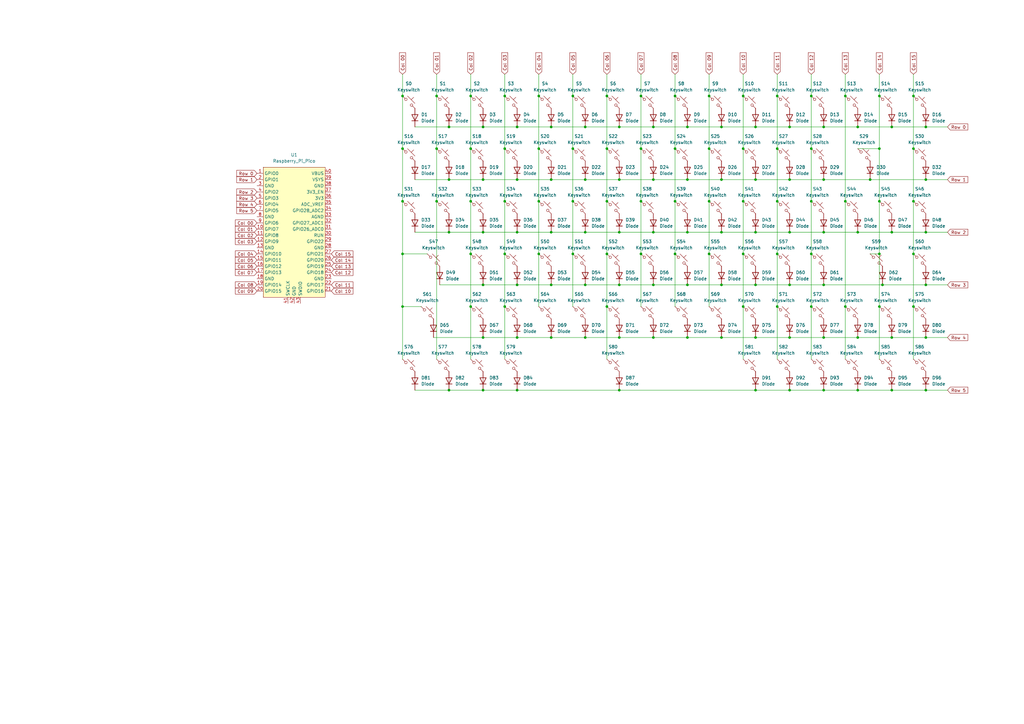
<source format=kicad_sch>
(kicad_sch (version 20231120) (generator "eeschema") (generator_version "8.0")
  (paper "A3")
  (junction (at 254 116.84))
  (junction (at 276.86 60.96))
  (junction (at 374.65 39.37))
  (junction (at 351.79 95.25))
  (junction (at 262.89 82.55))
  (junction (at 248.92 82.55))
  (junction (at 212.09 116.84))
  (junction (at 337.82 160.02))
  (junction (at 248.92 125.73))
  (junction (at 234.95 60.96))
  (junction (at 198.12 95.25))
  (junction (at 226.06 116.84))
  (junction (at 379.73 160.02))
  (junction (at 318.77 125.73))
  (junction (at 309.88 95.25))
  (junction (at 365.76 95.25))
  (junction (at 304.8 125.73))
  (junction (at 360.68 104.14))
  (junction (at 234.95 82.55))
  (junction (at 248.92 39.37))
  (junction (at 179.07 60.96))
  (junction (at 281.94 95.25))
  (junction (at 240.03 52.07))
  (junction (at 332.74 60.96))
  (junction (at 165.1 104.14))
  (junction (at 323.85 160.02))
  (junction (at 318.77 104.14))
  (junction (at 198.12 73.66))
  (junction (at 379.73 95.25))
  (junction (at 254 95.25))
  (junction (at 193.04 60.96))
  (junction (at 304.8 82.55))
  (junction (at 248.92 104.14))
  (junction (at 207.01 60.96))
  (junction (at 295.91 73.66))
  (junction (at 267.97 95.25))
  (junction (at 226.06 138.43))
  (junction (at 281.94 52.07))
  (junction (at 198.12 160.02))
  (junction (at 290.83 39.37))
  (junction (at 365.76 138.43))
  (junction (at 318.77 82.55))
  (junction (at 337.82 95.25))
  (junction (at 332.74 104.14))
  (junction (at 184.15 73.66))
  (junction (at 295.91 52.07))
  (junction (at 304.8 39.37))
  (junction (at 356.87 73.66))
  (junction (at 379.73 52.07))
  (junction (at 207.01 125.73))
  (junction (at 184.15 95.25))
  (junction (at 254 138.43))
  (junction (at 290.83 104.14))
  (junction (at 295.91 116.84))
  (junction (at 165.1 39.37))
  (junction (at 193.04 125.73))
  (junction (at 346.71 39.37))
  (junction (at 379.73 116.84))
  (junction (at 240.03 116.84))
  (junction (at 212.09 138.43))
  (junction (at 346.71 82.55))
  (junction (at 165.1 60.96))
  (junction (at 337.82 73.66))
  (junction (at 318.77 60.96))
  (junction (at 323.85 116.84))
  (junction (at 365.76 52.07))
  (junction (at 212.09 160.02))
  (junction (at 198.12 138.43))
  (junction (at 351.79 52.07))
  (junction (at 234.95 104.14))
  (junction (at 290.83 60.96))
  (junction (at 309.88 116.84))
  (junction (at 309.88 73.66))
  (junction (at 361.95 116.84))
  (junction (at 179.07 39.37))
  (junction (at 240.03 95.25))
  (junction (at 323.85 95.25))
  (junction (at 332.74 82.55))
  (junction (at 332.74 39.37))
  (junction (at 254 52.07))
  (junction (at 276.86 104.14))
  (junction (at 220.98 39.37))
  (junction (at 351.79 138.43))
  (junction (at 290.83 82.55))
  (junction (at 374.65 104.14))
  (junction (at 184.15 52.07))
  (junction (at 220.98 60.96))
  (junction (at 295.91 95.25))
  (junction (at 207.01 82.55))
  (junction (at 318.77 39.37))
  (junction (at 365.76 160.02))
  (junction (at 207.01 39.37))
  (junction (at 262.89 60.96))
  (junction (at 240.03 138.43))
  (junction (at 267.97 138.43))
  (junction (at 198.12 52.07))
  (junction (at 360.68 60.96))
  (junction (at 234.95 39.37))
  (junction (at 193.04 104.14))
  (junction (at 254 73.66))
  (junction (at 276.86 39.37))
  (junction (at 337.82 52.07))
  (junction (at 207.01 104.14))
  (junction (at 295.91 138.43))
  (junction (at 360.68 125.73))
  (junction (at 374.65 60.96))
  (junction (at 267.97 73.66))
  (junction (at 220.98 104.14))
  (junction (at 212.09 95.25))
  (junction (at 304.8 60.96))
  (junction (at 379.73 138.43))
  (junction (at 332.74 125.73))
  (junction (at 193.04 39.37))
  (junction (at 226.06 95.25))
  (junction (at 281.94 73.66))
  (junction (at 220.98 82.55))
  (junction (at 165.1 125.73))
  (junction (at 276.86 82.55))
  (junction (at 346.71 125.73))
  (junction (at 226.06 52.07))
  (junction (at 212.09 73.66))
  (junction (at 267.97 116.84))
  (junction (at 262.89 39.37))
  (junction (at 281.94 138.43))
  (junction (at 254 160.02))
  (junction (at 184.15 160.02))
  (junction (at 374.65 125.73))
  (junction (at 360.68 82.55))
  (junction (at 212.09 52.07))
  (junction (at 337.82 138.43))
  (junction (at 309.88 138.43))
  (junction (at 379.73 73.66))
  (junction (at 198.12 116.84))
  (junction (at 248.92 60.96))
  (junction (at 281.94 116.84))
  (junction (at 304.8 104.14))
  (junction (at 179.07 82.55))
  (junction (at 374.65 82.55))
  (junction (at 323.85 138.43))
  (junction (at 267.97 52.07))
  (junction (at 226.06 73.66))
  (junction (at 337.82 116.84))
  (junction (at 309.88 160.02))
  (junction (at 193.04 82.55))
  (junction (at 262.89 104.14))
  (junction (at 323.85 52.07))
  (junction (at 165.1 82.55))
  (junction (at 240.03 73.66))
  (junction (at 323.85 73.66))
  (junction (at 360.68 39.37))
  (junction (at 351.79 160.02))
  (junction (at 309.88 52.07))
  (wire (pts (xy 165.1 39.37) (xy 165.1 60.96)))
  (wire (pts (xy 276.86 30.48) (xy 276.86 39.37)))
  (wire (pts (xy 388.62 52.07) (xy 379.73 52.07)))
  (wire (pts (xy 207.01 82.55) (xy 207.01 104.14)))
  (wire (pts (xy 346.71 39.37) (xy 346.71 82.55)))
  (wire (pts (xy 360.68 30.48) (xy 360.68 39.37)))
  (wire (pts (xy 198.12 73.66) (xy 212.09 73.66)))
  (wire (pts (xy 234.95 104.14) (xy 234.95 125.73)))
  (wire (pts (xy 262.89 30.48) (xy 262.89 39.37)))
  (wire (pts (xy 332.74 125.73) (xy 332.74 147.32)))
  (wire (pts (xy 212.09 116.84) (xy 226.06 116.84)))
  (wire (pts (xy 346.71 125.73) (xy 346.71 147.32)))
  (wire (pts (xy 374.65 39.37) (xy 374.65 60.96)))
  (wire (pts (xy 240.03 138.43) (xy 254 138.43)))
  (wire (pts (xy 309.88 160.02) (xy 323.85 160.02)))
  (wire (pts (xy 309.88 52.07) (xy 323.85 52.07)))
  (wire (pts (xy 220.98 30.48) (xy 220.98 39.37)))
  (wire (pts (xy 254 116.84) (xy 267.97 116.84)))
  (wire (pts (xy 207.01 125.73) (xy 207.01 147.32)))
  (wire (pts (xy 360.68 82.55) (xy 360.68 104.14)))
  (wire (pts (xy 388.62 95.25) (xy 379.73 95.25)))
  (wire (pts (xy 379.73 160.02) (xy 388.62 160.02)))
  (wire (pts (xy 365.76 52.07) (xy 379.73 52.07)))
  (wire (pts (xy 281.94 52.07) (xy 295.91 52.07)))
  (wire (pts (xy 193.04 104.14) (xy 193.04 125.73)))
  (wire (pts (xy 212.09 95.25) (xy 226.06 95.25)))
  (wire (pts (xy 346.71 82.55) (xy 346.71 125.73)))
  (wire (pts (xy 248.92 125.73) (xy 248.92 147.32)))
  (wire (pts (xy 276.86 39.37) (xy 276.86 60.96)))
  (wire (pts (xy 179.07 30.48) (xy 179.07 39.37)))
  (wire (pts (xy 304.8 30.48) (xy 304.8 39.37)))
  (wire (pts (xy 254 95.25) (xy 267.97 95.25)))
  (wire (pts (xy 184.15 95.25) (xy 198.12 95.25)))
  (wire (pts (xy 290.83 104.14) (xy 290.83 125.73)))
  (wire (pts (xy 165.1 104.14) (xy 165.1 125.73)))
  (wire (pts (xy 262.89 82.55) (xy 262.89 104.14)))
  (wire (pts (xy 184.15 52.07) (xy 198.12 52.07)))
  (wire (pts (xy 254 138.43) (xy 267.97 138.43)))
  (wire (pts (xy 281.94 95.25) (xy 295.91 95.25)))
  (wire (pts (xy 170.18 160.02) (xy 184.15 160.02)))
  (wire (pts (xy 226.06 116.84) (xy 240.03 116.84)))
  (wire (pts (xy 267.97 116.84) (xy 281.94 116.84)))
  (wire (pts (xy 360.68 104.14) (xy 360.68 125.73)))
  (wire (pts (xy 281.94 138.43) (xy 295.91 138.43)))
  (wire (pts (xy 170.18 73.66) (xy 184.15 73.66)))
  (wire (pts (xy 198.12 52.07) (xy 212.09 52.07)))
  (wire (pts (xy 262.89 60.96) (xy 262.89 82.55)))
  (wire (pts (xy 332.74 39.37) (xy 332.74 60.96)))
  (wire (pts (xy 318.77 104.14) (xy 318.77 125.73)))
  (wire (pts (xy 337.82 95.25) (xy 351.79 95.25)))
  (wire (pts (xy 198.12 138.43) (xy 212.09 138.43)))
  (wire (pts (xy 180.34 116.84) (xy 198.12 116.84)))
  (wire (pts (xy 374.65 30.48) (xy 374.65 39.37)))
  (wire (pts (xy 198.12 95.25) (xy 212.09 95.25)))
  (wire (pts (xy 240.03 73.66) (xy 254 73.66)))
  (wire (pts (xy 234.95 30.48) (xy 234.95 39.37)))
  (wire (pts (xy 337.82 52.07) (xy 351.79 52.07)))
  (wire (pts (xy 332.74 82.55) (xy 332.74 104.14)))
  (wire (pts (xy 262.89 39.37) (xy 262.89 60.96)))
  (wire (pts (xy 295.91 73.66) (xy 309.88 73.66)))
  (wire (pts (xy 290.83 30.48) (xy 290.83 39.37)))
  (wire (pts (xy 165.1 125.73) (xy 165.1 147.32)))
  (wire (pts (xy 165.1 82.55) (xy 165.1 104.14)))
  (wire (pts (xy 388.62 138.43) (xy 379.73 138.43)))
  (wire (pts (xy 323.85 52.07) (xy 337.82 52.07)))
  (wire (pts (xy 248.92 104.14) (xy 248.92 125.73)))
  (wire (pts (xy 226.06 138.43) (xy 240.03 138.43)))
  (wire (pts (xy 212.09 138.43) (xy 226.06 138.43)))
  (wire (pts (xy 337.82 73.66) (xy 356.87 73.66)))
  (wire (pts (xy 220.98 39.37) (xy 220.98 60.96)))
  (wire (pts (xy 281.94 73.66) (xy 295.91 73.66)))
  (wire (pts (xy 332.74 30.48) (xy 332.74 39.37)))
  (wire (pts (xy 220.98 60.96) (xy 220.98 82.55)))
  (wire (pts (xy 179.07 60.96) (xy 179.07 82.55)))
  (wire (pts (xy 318.77 30.48) (xy 318.77 39.37)))
  (wire (pts (xy 332.74 60.96) (xy 332.74 82.55)))
  (wire (pts (xy 304.8 125.73) (xy 304.8 147.32)))
  (wire (pts (xy 323.85 95.25) (xy 337.82 95.25)))
  (wire (pts (xy 226.06 73.66) (xy 240.03 73.66)))
  (wire (pts (xy 337.82 116.84) (xy 361.95 116.84)))
  (wire (pts (xy 360.68 60.96) (xy 360.68 82.55)))
  (wire (pts (xy 193.04 125.73) (xy 193.04 147.32)))
  (wire (pts (xy 309.88 73.66) (xy 323.85 73.66)))
  (wire (pts (xy 254 73.66) (xy 267.97 73.66)))
  (wire (pts (xy 337.82 160.02) (xy 351.79 160.02)))
  (wire (pts (xy 346.71 30.48) (xy 346.71 39.37)))
  (wire (pts (xy 360.68 39.37) (xy 360.68 60.96)))
  (wire (pts (xy 234.95 60.96) (xy 234.95 82.55)))
  (wire (pts (xy 304.8 60.96) (xy 304.8 82.55)))
  (wire (pts (xy 351.79 138.43) (xy 365.76 138.43)))
  (wire (pts (xy 318.77 39.37) (xy 318.77 60.96)))
  (wire (pts (xy 323.85 116.84) (xy 337.82 116.84)))
  (wire (pts (xy 374.65 125.73) (xy 374.65 147.32)))
  (wire (pts (xy 220.98 82.55) (xy 220.98 104.14)))
  (wire (pts (xy 198.12 160.02) (xy 212.09 160.02)))
  (wire (pts (xy 351.79 52.07) (xy 365.76 52.07)))
  (wire (pts (xy 290.83 39.37) (xy 290.83 60.96)))
  (wire (pts (xy 356.87 73.66) (xy 379.73 73.66)))
  (wire (pts (xy 365.76 95.25) (xy 379.73 95.25)))
  (wire (pts (xy 170.18 95.25) (xy 184.15 95.25)))
  (wire (pts (xy 356.87 104.14) (xy 360.68 104.14)))
  (wire (pts (xy 379.73 73.66) (xy 388.62 73.66)))
  (wire (pts (xy 379.73 116.84) (xy 388.62 116.84)))
  (wire (pts (xy 240.03 116.84) (xy 254 116.84)))
  (wire (pts (xy 323.85 160.02) (xy 337.82 160.02)))
  (wire (pts (xy 351.79 95.25) (xy 365.76 95.25)))
  (wire (pts (xy 374.65 60.96) (xy 374.65 82.55)))
  (wire (pts (xy 267.97 95.25) (xy 281.94 95.25)))
  (wire (pts (xy 254 52.07) (xy 267.97 52.07)))
  (wire (pts (xy 262.89 104.14) (xy 262.89 125.73)))
  (wire (pts (xy 276.86 60.96) (xy 276.86 82.55)))
  (wire (pts (xy 337.82 138.43) (xy 351.79 138.43)))
  (wire (pts (xy 179.07 39.37) (xy 179.07 60.96)))
  (wire (pts (xy 207.01 39.37) (xy 207.01 60.96)))
  (wire (pts (xy 281.94 116.84) (xy 295.91 116.84)))
  (wire (pts (xy 323.85 73.66) (xy 337.82 73.66)))
  (wire (pts (xy 351.79 160.02) (xy 365.76 160.02)))
  (wire (pts (xy 276.86 104.14) (xy 276.86 125.73)))
  (wire (pts (xy 193.04 60.96) (xy 193.04 82.55)))
  (wire (pts (xy 170.18 52.07) (xy 184.15 52.07)))
  (wire (pts (xy 360.68 125.73) (xy 360.68 147.32)))
  (wire (pts (xy 226.06 52.07) (xy 240.03 52.07)))
  (wire (pts (xy 212.09 160.02) (xy 254 160.02)))
  (wire (pts (xy 193.04 82.55) (xy 193.04 104.14)))
  (wire (pts (xy 365.76 138.43) (xy 379.73 138.43)))
  (wire (pts (xy 248.92 39.37) (xy 248.92 60.96)))
  (wire (pts (xy 184.15 73.66) (xy 198.12 73.66)))
  (wire (pts (xy 193.04 39.37) (xy 193.04 60.96)))
  (wire (pts (xy 267.97 73.66) (xy 281.94 73.66)))
  (wire (pts (xy 374.65 82.55) (xy 374.65 104.14)))
  (wire (pts (xy 234.95 39.37) (xy 234.95 60.96)))
  (wire (pts (xy 165.1 60.96) (xy 165.1 82.55)))
  (wire (pts (xy 295.91 138.43) (xy 309.88 138.43)))
  (wire (pts (xy 374.65 104.14) (xy 374.65 125.73)))
  (wire (pts (xy 295.91 52.07) (xy 309.88 52.07)))
  (wire (pts (xy 207.01 104.14) (xy 207.01 125.73)))
  (wire (pts (xy 267.97 138.43) (xy 281.94 138.43)))
  (wire (pts (xy 248.92 30.48) (xy 248.92 39.37)))
  (wire (pts (xy 267.97 52.07) (xy 281.94 52.07)))
  (wire (pts (xy 361.95 116.84) (xy 379.73 116.84)))
  (wire (pts (xy 351.79 60.96) (xy 360.68 60.96)))
  (wire (pts (xy 318.77 60.96) (xy 318.77 82.55)))
  (wire (pts (xy 198.12 116.84) (xy 212.09 116.84)))
  (wire (pts (xy 290.83 60.96) (xy 290.83 82.55)))
  (wire (pts (xy 165.1 125.73) (xy 172.72 125.73)))
  (wire (pts (xy 254 160.02) (xy 309.88 160.02)))
  (wire (pts (xy 318.77 82.55) (xy 318.77 104.14)))
  (wire (pts (xy 240.03 52.07) (xy 254 52.07)))
  (wire (pts (xy 295.91 116.84) (xy 309.88 116.84)))
  (wire (pts (xy 226.06 95.25) (xy 240.03 95.25)))
  (wire (pts (xy 323.85 138.43) (xy 337.82 138.43)))
  (wire (pts (xy 304.8 39.37) (xy 304.8 60.96)))
  (wire (pts (xy 193.04 30.48) (xy 193.04 39.37)))
  (wire (pts (xy 295.91 95.25) (xy 309.88 95.25)))
  (wire (pts (xy 304.8 104.14) (xy 304.8 125.73)))
  (wire (pts (xy 177.8 138.43) (xy 198.12 138.43)))
  (wire (pts (xy 309.88 138.43) (xy 323.85 138.43)))
  (wire (pts (xy 248.92 82.55) (xy 248.92 104.14)))
  (wire (pts (xy 165.1 104.14) (xy 175.26 104.14)))
  (wire (pts (xy 240.03 95.25) (xy 254 95.25)))
  (wire (pts (xy 179.07 82.55) (xy 179.07 147.32)))
  (wire (pts (xy 332.74 104.14) (xy 332.74 125.73)))
  (wire (pts (xy 290.83 82.55) (xy 290.83 104.14)))
  (wire (pts (xy 207.01 60.96) (xy 207.01 82.55)))
  (wire (pts (xy 248.92 60.96) (xy 248.92 82.55)))
  (wire (pts (xy 184.15 160.02) (xy 198.12 160.02)))
  (wire (pts (xy 365.76 160.02) (xy 379.73 160.02)))
  (wire (pts (xy 207.01 30.48) (xy 207.01 39.37)))
  (wire (pts (xy 318.77 125.73) (xy 318.77 147.32)))
  (wire (pts (xy 220.98 104.14) (xy 220.98 125.73)))
  (wire (pts (xy 309.88 116.84) (xy 323.85 116.84)))
  (wire (pts (xy 165.1 30.48) (xy 165.1 39.37)))
  (wire (pts (xy 276.86 82.55) (xy 276.86 104.14)))
  (wire (pts (xy 234.95 82.55) (xy 234.95 104.14)))
  (wire (pts (xy 309.88 95.25) (xy 323.85 95.25)))
  (wire (pts (xy 304.8 82.55) (xy 304.8 104.14)))
  (wire (pts (xy 212.09 52.07) (xy 226.06 52.07)))
  (wire (pts (xy 212.09 73.66) (xy 226.06 73.66)))
  (global_label "Col 08" (shape input) (at 105.41 116.84 180) (property "Intersheetrefs" "${INTERSHEET_REFS}" (effects (hide yes))))
  (global_label "Col 12" (shape input) (at 332.74 30.48 90) (property "Intersheetrefs" "${INTERSHEET_REFS}" (effects (hide yes))))
  (global_label "Col 02" (shape input) (at 193.04 30.48 90) (property "Intersheetrefs" "${INTERSHEET_REFS}" (effects (hide yes))))
  (global_label "Col 06" (shape input) (at 105.41 109.22 180) (property "Intersheetrefs" "${INTERSHEET_REFS}" (effects (hide yes))))
  (global_label "Col 07" (shape input) (at 262.89 30.48 90) (property "Intersheetrefs" "${INTERSHEET_REFS}" (effects (hide yes))))
  (global_label "Col 04" (shape input) (at 105.41 104.14 180) (property "Intersheetrefs" "${INTERSHEET_REFS}" (effects (hide yes))))
  (global_label "Row 4" (shape input) (at 388.62 138.43 0) (property "Intersheetrefs" "${INTERSHEET_REFS}" (effects (hide yes))))
  (global_label "Col 05" (shape input) (at 234.95 30.48 90) (property "Intersheetrefs" "${INTERSHEET_REFS}" (effects (hide yes))))
  (global_label "Row 5" (shape input) (at 105.41 86.36 180) (property "Intersheetrefs" "${INTERSHEET_REFS}" (effects (hide yes))))
  (global_label "Row 1" (shape input) (at 105.41 73.66 180) (property "Intersheetrefs" "${INTERSHEET_REFS}" (effects (hide yes))))
  (global_label "Col 13" (shape input) (at 135.89 109.22 0) (property "Intersheetrefs" "${INTERSHEET_REFS}" (effects (hide yes))))
  (global_label "Col 00" (shape input) (at 165.1 30.48 90) (property "Intersheetrefs" "${INTERSHEET_REFS}" (effects (hide yes))))
  (global_label "Col 11" (shape input) (at 135.89 116.84 0) (property "Intersheetrefs" "${INTERSHEET_REFS}" (effects (hide yes))))
  (global_label "Col 08" (shape input) (at 276.86 30.48 90) (property "Intersheetrefs" "${INTERSHEET_REFS}" (effects (hide yes))))
  (global_label "Row 5" (shape input) (at 388.62 160.02 0) (property "Intersheetrefs" "${INTERSHEET_REFS}" (effects (hide yes))))
  (global_label "Row 0" (shape input) (at 105.41 71.12 180) (property "Intersheetrefs" "${INTERSHEET_REFS}" (effects (hide yes))))
  (global_label "Col 07" (shape input) (at 105.41 111.76 180) (property "Intersheetrefs" "${INTERSHEET_REFS}" (effects (hide yes))))
  (global_label "Row 1" (shape input) (at 388.62 73.66 0) (property "Intersheetrefs" "${INTERSHEET_REFS}" (effects (hide yes))))
  (global_label "Col 14" (shape input) (at 360.68 30.48 90) (property "Intersheetrefs" "${INTERSHEET_REFS}" (effects (hide yes))))
  (global_label "Row 3" (shape input) (at 388.62 116.84 0) (property "Intersheetrefs" "${INTERSHEET_REFS}" (effects (hide yes))))
  (global_label "Col 01" (shape input) (at 105.41 93.98 180) (property "Intersheetrefs" "${INTERSHEET_REFS}" (effects (hide yes))))
  (global_label "Col 15" (shape input) (at 374.65 30.48 90) (property "Intersheetrefs" "${INTERSHEET_REFS}" (effects (hide yes))))
  (global_label "Row 2" (shape input) (at 388.62 95.25 0) (property "Intersheetrefs" "${INTERSHEET_REFS}" (effects (hide yes))))
  (global_label "Col 11" (shape input) (at 318.77 30.48 90) (property "Intersheetrefs" "${INTERSHEET_REFS}" (effects (hide yes))))
  (global_label "Col 03" (shape input) (at 105.41 99.06 180) (property "Intersheetrefs" "${INTERSHEET_REFS}" (effects (hide yes))))
  (global_label "Col 14" (shape input) (at 135.89 106.68 0) (property "Intersheetrefs" "${INTERSHEET_REFS}" (effects (hide yes))))
  (global_label "Col 00" (shape input) (at 105.41 91.44 180) (property "Intersheetrefs" "${INTERSHEET_REFS}" (effects (hide yes))))
  (global_label "Col 10" (shape input) (at 135.89 119.38 0) (property "Intersheetrefs" "${INTERSHEET_REFS}" (effects (hide yes))))
  (global_label "Col 05" (shape input) (at 105.41 106.68 180) (property "Intersheetrefs" "${INTERSHEET_REFS}" (effects (hide yes))))
  (global_label "Col 09" (shape input) (at 290.83 30.48 90) (property "Intersheetrefs" "${INTERSHEET_REFS}" (effects (hide yes))))
  (global_label "Row 0" (shape input) (at 388.62 52.07 0) (property "Intersheetrefs" "${INTERSHEET_REFS}" (effects (hide yes))))
  (global_label "Col 01" (shape input) (at 179.07 30.48 90) (property "Intersheetrefs" "${INTERSHEET_REFS}" (effects (hide yes))))
  (global_label "Row 2" (shape input) (at 105.41 78.74 180) (property "Intersheetrefs" "${INTERSHEET_REFS}" (effects (hide yes))))
  (global_label "Row 3" (shape input) (at 105.41 81.28 180) (property "Intersheetrefs" "${INTERSHEET_REFS}" (effects (hide yes))))
  (global_label "Col 09" (shape input) (at 105.41 119.38 180) (property "Intersheetrefs" "${INTERSHEET_REFS}" (effects (hide yes))))
  (global_label "Row 4" (shape input) (at 105.41 83.82 180) (property "Intersheetrefs" "${INTERSHEET_REFS}" (effects (hide yes))))
  (global_label "Col 04" (shape input) (at 220.98 30.48 90) (property "Intersheetrefs" "${INTERSHEET_REFS}" (effects (hide yes))))
  (global_label "Col 03" (shape input) (at 207.01 30.48 90) (property "Intersheetrefs" "${INTERSHEET_REFS}" (effects (hide yes))))
  (global_label "Col 10" (shape input) (at 304.8 30.48 90) (property "Intersheetrefs" "${INTERSHEET_REFS}" (effects (hide yes))))
  (global_label "Col 13" (shape input) (at 346.71 30.48 90) (property "Intersheetrefs" "${INTERSHEET_REFS}" (effects (hide yes))))
  (global_label "Col 15" (shape input) (at 135.89 104.14 0) (property "Intersheetrefs" "${INTERSHEET_REFS}" (effects (hide yes))))
  (global_label "Col 12" (shape input) (at 135.89 111.76 0) (property "Intersheetrefs" "${INTERSHEET_REFS}" (effects (hide yes))))
  (global_label "Col 02" (shape input) (at 105.41 96.52 180) (property "Intersheetrefs" "${INTERSHEET_REFS}" (effects (hide yes))))
  (global_label "Col 06" (shape input) (at 248.92 30.48 90) (property "Intersheetrefs" "${INTERSHEET_REFS}" (effects (hide yes))))
  (symbol (lib_id "ScottoKeebs:Placeholder_Diode") (at 337.82 91.44 90) (unit 1)
    (property "Reference" "D45" (at 340.36 90.1699 90) (effects (justify right)))
    (property "Value" "Diode" (at 340.36 92.7099 90) (effects (justify right)))
    (property "Footprint" "ScottoKeebs_Components:Diode_DO-35" (effects (hide yes)))
    (property "Description" "1N4148 (DO-35) or 1N4148W (SOD-123)" (effects (hide yes)))
    (property "Sim.Device" "D" (effects (hide yes)))
    (property "Sim.Pins" "1=K 2=A" (effects (hide yes)))
  )
  (symbol (lib_id "ScottoKeebs:Placeholder_Keyswitch") (at 335.28 149.86 0) (unit 1)
    (property "Reference" "S83" (at 335.28 142.24 0))
    (property "Value" "Keyswitch" (at 335.28 144.78 0))
    (property "Footprint" "ScottoKeebs_MX:MX_PCB_1.00u" (effects (hide yes)))
    (property "Description" "Push button switch, normally open, two pins, 45° tilted" (effects (hide yes)))
  )
  (symbol (lib_id "ScottoKeebs:Placeholder_Diode") (at 295.91 69.85 90) (unit 1)
    (property "Reference" "D26" (at 298.45 68.5799 90) (effects (justify right)))
    (property "Value" "Diode" (at 298.45 71.1199 90) (effects (justify right)))
    (property "Footprint" "ScottoKeebs_Components:Diode_DO-35" (effects (hide yes)))
    (property "Description" "1N4148 (DO-35) or 1N4148W (SOD-123)" (effects (hide yes)))
    (property "Sim.Device" "D" (effects (hide yes)))
    (property "Sim.Pins" "1=K 2=A" (effects (hide yes)))
  )
  (symbol (lib_id "ScottoKeebs:Placeholder_Diode") (at 184.15 48.26 90) (unit 1)
    (property "Reference" "D2" (at 186.69 46.9899 90) (effects (justify right)))
    (property "Value" "Diode" (at 186.69 49.5299 90) (effects (justify right)))
    (property "Footprint" "ScottoKeebs_Components:Diode_DO-35" (effects (hide yes)))
    (property "Description" "1N4148 (DO-35) or 1N4148W (SOD-123)" (effects (hide yes)))
    (property "Sim.Device" "D" (effects (hide yes)))
    (property "Sim.Pins" "1=K 2=A" (effects (hide yes)))
  )
  (symbol (lib_id "ScottoKeebs:Placeholder_Keyswitch") (at 223.52 128.27 0) (unit 1)
    (property "Reference" "S64" (at 223.52 120.65 0))
    (property "Value" "Keyswitch" (at 223.52 123.19 0))
    (property "Footprint" "ScottoKeebs_MX:MX_PCB_1.00u" (effects (hide yes)))
    (property "Description" "Push button switch, normally open, two pins, 45° tilted" (effects (hide yes)))
  )
  (symbol (lib_id "ScottoKeebs:Placeholder_Keyswitch") (at 209.55 85.09 0) (unit 1)
    (property "Reference" "S34" (at 209.55 77.47 0))
    (property "Value" "Keyswitch" (at 209.55 80.01 0))
    (property "Footprint" "ScottoKeebs_MX:MX_PCB_1.00u" (effects (hide yes)))
    (property "Description" "Push button switch, normally open, two pins, 45° tilted" (effects (hide yes)))
  )
  (symbol (lib_id "ScottoKeebs:Placeholder_Diode") (at 177.8 134.62 90) (unit 1)
    (property "Reference" "D65" (at 180.34 133.3499 90) (effects (justify right)))
    (property "Value" "Diode" (at 180.34 135.8899 90) (effects (justify right)))
    (property "Footprint" "ScottoKeebs_Components:Diode_DO-35" (effects (hide yes)))
    (property "Description" "1N4148 (DO-35) or 1N4148W (SOD-123)" (effects (hide yes)))
    (property "Sim.Device" "D" (effects (hide yes)))
    (property "Sim.Pins" "1=K 2=A" (effects (hide yes)))
  )
  (symbol (lib_id "ScottoKeebs:Placeholder_Keyswitch") (at 237.49 63.5 0) (unit 1)
    (property "Reference" "S21" (at 237.49 55.88 0))
    (property "Value" "Keyswitch" (at 237.49 58.42 0))
    (property "Footprint" "ScottoKeebs_MX:MX_PCB_1.00u" (effects (hide yes)))
    (property "Description" "Push button switch, normally open, two pins, 45° tilted" (effects (hide yes)))
  )
  (symbol (lib_id "ScottoKeebs:Placeholder_Keyswitch") (at 265.43 106.68 0) (unit 1)
    (property "Reference" "S53" (at 265.43 99.06 0))
    (property "Value" "Keyswitch" (at 265.43 101.6 0))
    (property "Footprint" "ScottoKeebs_MX:MX_PCB_1.00u" (effects (hide yes)))
    (property "Description" "Push button switch, normally open, two pins, 45° tilted" (effects (hide yes)))
  )
  (symbol (lib_id "ScottoKeebs:Placeholder_Diode") (at 323.85 113.03 90) (unit 1)
    (property "Reference" "D60" (at 326.39 111.7599 90) (effects (justify right)))
    (property "Value" "Diode" (at 326.39 114.2999 90) (effects (justify right)))
    (property "Footprint" "ScottoKeebs_Components:Diode_DO-35" (effects (hide yes)))
    (property "Description" "1N4148 (DO-35) or 1N4148W (SOD-123)" (effects (hide yes)))
    (property "Sim.Device" "D" (effects (hide yes)))
    (property "Sim.Pins" "1=K 2=A" (effects (hide yes)))
  )
  (symbol (lib_id "ScottoKeebs:Placeholder_Diode") (at 267.97 113.03 90) (unit 1)
    (property "Reference" "D56" (at 270.51 111.7599 90) (effects (justify right)))
    (property "Value" "Diode" (at 270.51 114.2999 90) (effects (justify right)))
    (property "Footprint" "ScottoKeebs_Components:Diode_DO-35" (effects (hide yes)))
    (property "Description" "1N4148 (DO-35) or 1N4148W (SOD-123)" (effects (hide yes)))
    (property "Sim.Device" "D" (effects (hide yes)))
    (property "Sim.Pins" "1=K 2=A" (effects (hide yes)))
  )
  (symbol (lib_id "ScottoKeebs:Placeholder_Diode") (at 254 113.03 90) (unit 1)
    (property "Reference" "D55" (at 256.54 111.7599 90) (effects (justify right)))
    (property "Value" "Diode" (at 256.54 114.2999 90) (effects (justify right)))
    (property "Footprint" "ScottoKeebs_Components:Diode_DO-35" (effects (hide yes)))
    (property "Description" "1N4148 (DO-35) or 1N4148W (SOD-123)" (effects (hide yes)))
    (property "Sim.Device" "D" (effects (hide yes)))
    (property "Sim.Pins" "1=K 2=A" (effects (hide yes)))
  )
  (symbol (lib_id "ScottoKeebs:Placeholder_Diode") (at 379.73 69.85 90) (unit 1)
    (property "Reference" "D32" (at 382.27 68.5799 90) (effects (justify right)))
    (property "Value" "Diode" (at 382.27 71.1199 90) (effects (justify right)))
    (property "Footprint" "ScottoKeebs_Components:Diode_DO-35" (effects (hide yes)))
    (property "Description" "1N4148 (DO-35) or 1N4148W (SOD-123)" (effects (hide yes)))
    (property "Sim.Device" "D" (effects (hide yes)))
    (property "Sim.Pins" "1=K 2=A" (effects (hide yes)))
  )
  (symbol (lib_id "ScottoKeebs:Placeholder_Diode") (at 323.85 134.62 90) (unit 1)
    (property "Reference" "D76" (at 326.39 133.3499 90) (effects (justify right)))
    (property "Value" "Diode" (at 326.39 135.8899 90) (effects (justify right)))
    (property "Footprint" "ScottoKeebs_Components:Diode_DO-35" (effects (hide yes)))
    (property "Description" "1N4148 (DO-35) or 1N4148W (SOD-123)" (effects (hide yes)))
    (property "Sim.Device" "D" (effects (hide yes)))
    (property "Sim.Pins" "1=K 2=A" (effects (hide yes)))
  )
  (symbol (lib_id "ScottoKeebs:Placeholder_Keyswitch") (at 265.43 63.5 0) (unit 1)
    (property "Reference" "S23" (at 265.43 55.88 0))
    (property "Value" "Keyswitch" (at 265.43 58.42 0))
    (property "Footprint" "ScottoKeebs_MX:MX_PCB_1.00u" (effects (hide yes)))
    (property "Description" "Push button switch, normally open, two pins, 45° tilted" (effects (hide yes)))
  )
  (symbol (lib_id "ScottoKeebs:Placeholder_Diode") (at 212.09 91.44 90) (unit 1)
    (property "Reference" "D36" (at 214.63 90.1699 90) (effects (justify right)))
    (property "Value" "Diode" (at 214.63 92.7099 90) (effects (justify right)))
    (property "Footprint" "ScottoKeebs_Components:Diode_DO-35" (effects (hide yes)))
    (property "Description" "1N4148 (DO-35) or 1N4148W (SOD-123)" (effects (hide yes)))
    (property "Sim.Device" "D" (effects (hide yes)))
    (property "Sim.Pins" "1=K 2=A" (effects (hide yes)))
  )
  (symbol (lib_id "ScottoKeebs:Placeholder_Diode") (at 254 91.44 90) (unit 1)
    (property "Reference" "D39" (at 256.54 90.1699 90) (effects (justify right)))
    (property "Value" "Diode" (at 256.54 92.7099 90) (effects (justify right)))
    (property "Footprint" "ScottoKeebs_Components:Diode_DO-35" (effects (hide yes)))
    (property "Description" "1N4148 (DO-35) or 1N4148W (SOD-123)" (effects (hide yes)))
    (property "Sim.Device" "D" (effects (hide yes)))
    (property "Sim.Pins" "1=K 2=A" (effects (hide yes)))
  )
  (symbol (lib_id "ScottoKeebs:Placeholder_Keyswitch") (at 167.64 41.91 0) (unit 1)
    (property "Reference" "S0" (at 167.64 34.29 0))
    (property "Value" "Keyswitch" (at 167.64 36.83 0))
    (property "Footprint" "ScottoKeebs_MX:MX_PCB_1.00u" (effects (hide yes)))
    (property "Description" "Push button switch, normally open, two pins, 45° tilted" (effects (hide yes)))
  )
  (symbol (lib_id "ScottoKeebs:Placeholder_Diode") (at 198.12 69.85 90) (unit 1)
    (property "Reference" "D19" (at 200.66 68.5799 90) (effects (justify right)))
    (property "Value" "Diode" (at 200.66 71.1199 90) (effects (justify right)))
    (property "Footprint" "ScottoKeebs_Components:Diode_DO-35" (effects (hide yes)))
    (property "Description" "1N4148 (DO-35) or 1N4148W (SOD-123)" (effects (hide yes)))
    (property "Sim.Device" "D" (effects (hide yes)))
    (property "Sim.Pins" "1=K 2=A" (effects (hide yes)))
  )
  (symbol (lib_id "ScottoKeebs:MCU_Raspberry_Pi_Pico") (at 120.65 95.25 0) (unit 1)
    (property "Reference" "U1" (at 120.65 63.5 0))
    (property "Value" "Raspberry_Pi_Pico" (at 120.65 66.04 0))
    (property "Footprint" "ScottoKeebs_MCU:Raspberry_Pi_Pico" (effects (hide yes)))
  )
  (symbol (lib_id "ScottoKeebs:Placeholder_Diode") (at 198.12 48.26 90) (unit 1)
    (property "Reference" "D3" (at 200.66 46.9899 90) (effects (justify right)))
    (property "Value" "Diode" (at 200.66 49.5299 90) (effects (justify right)))
    (property "Footprint" "ScottoKeebs_Components:Diode_DO-35" (effects (hide yes)))
    (property "Description" "1N4148 (DO-35) or 1N4148W (SOD-123)" (effects (hide yes)))
    (property "Sim.Device" "D" (effects (hide yes)))
    (property "Sim.Pins" "1=K 2=A" (effects (hide yes)))
  )
  (symbol (lib_id "ScottoKeebs:Placeholder_Diode") (at 365.76 91.44 90) (unit 1)
    (property "Reference" "D47" (at 368.3 90.1699 90) (effects (justify right)))
    (property "Value" "Diode" (at 368.3 92.7099 90) (effects (justify right)))
    (property "Footprint" "ScottoKeebs_Components:Diode_DO-35" (effects (hide yes)))
    (property "Description" "1N4148 (DO-35) or 1N4148W (SOD-123)" (effects (hide yes)))
    (property "Sim.Device" "D" (effects (hide yes)))
    (property "Sim.Pins" "1=K 2=A" (effects (hide yes)))
  )
  (symbol (lib_id "ScottoKeebs:Placeholder_Diode") (at 198.12 113.03 90) (unit 1)
    (property "Reference" "D51" (at 200.66 111.7599 90) (effects (justify right)))
    (property "Value" "Diode" (at 200.66 114.2999 90) (effects (justify right)))
    (property "Footprint" "ScottoKeebs_Components:Diode_DO-35" (effects (hide yes)))
    (property "Description" "1N4148 (DO-35) or 1N4148W (SOD-123)" (effects (hide yes)))
    (property "Sim.Device" "D" (effects (hide yes)))
    (property "Sim.Pins" "1=K 2=A" (effects (hide yes)))
  )
  (symbol (lib_id "ScottoKeebs:Placeholder_Diode") (at 295.91 91.44 90) (unit 1)
    (property "Reference" "D42" (at 298.45 90.1699 90) (effects (justify right)))
    (property "Value" "Diode" (at 298.45 92.7099 90) (effects (justify right)))
    (property "Footprint" "ScottoKeebs_Components:Diode_DO-35" (effects (hide yes)))
    (property "Description" "1N4148 (DO-35) or 1N4148W (SOD-123)" (effects (hide yes)))
    (property "Sim.Device" "D" (effects (hide yes)))
    (property "Sim.Pins" "1=K 2=A" (effects (hide yes)))
  )
  (symbol (lib_id "ScottoKeebs:Placeholder_Keyswitch") (at 209.55 128.27 0) (unit 1)
    (property "Reference" "S63" (at 209.55 120.65 0))
    (property "Value" "Keyswitch" (at 209.55 123.19 0))
    (property "Footprint" "ScottoKeebs_MX:MX_PCB_1.00u" (effects (hide yes)))
    (property "Description" "Push button switch, normally open, two pins, 45° tilted" (effects (hide yes)))
  )
  (symbol (lib_id "ScottoKeebs:Placeholder_Diode") (at 198.12 91.44 90) (unit 1)
    (property "Reference" "D35" (at 200.66 90.1699 90) (effects (justify right)))
    (property "Value" "Diode" (at 200.66 92.7099 90) (effects (justify right)))
    (property "Footprint" "ScottoKeebs_Components:Diode_DO-35" (effects (hide yes)))
    (property "Description" "1N4148 (DO-35) or 1N4148W (SOD-123)" (effects (hide yes)))
    (property "Sim.Device" "D" (effects (hide yes)))
    (property "Sim.Pins" "1=K 2=A" (effects (hide yes)))
  )
  (symbol (lib_id "ScottoKeebs:Placeholder_Keyswitch") (at 321.31 106.68 0) (unit 1)
    (property "Reference" "S57" (at 321.31 99.06 0))
    (property "Value" "Keyswitch" (at 321.31 101.6 0))
    (property "Footprint" "ScottoKeebs_MX:MX_PCB_1.00u" (effects (hide yes)))
    (property "Description" "Push button switch, normally open, two pins, 45° tilted" (effects (hide yes)))
  )
  (symbol (lib_id "ScottoKeebs:Placeholder_Keyswitch") (at 223.52 85.09 0) (unit 1)
    (property "Reference" "S35" (at 223.52 77.47 0))
    (property "Value" "Keyswitch" (at 223.52 80.01 0))
    (property "Footprint" "ScottoKeebs_MX:MX_PCB_1.00u" (effects (hide yes)))
    (property "Description" "Push button switch, normally open, two pins, 45° tilted" (effects (hide yes)))
  )
  (symbol (lib_id "ScottoKeebs:Placeholder_Keyswitch") (at 279.4 106.68 0) (unit 1)
    (property "Reference" "S54" (at 279.4 99.06 0))
    (property "Value" "Keyswitch" (at 279.4 101.6 0))
    (property "Footprint" "ScottoKeebs_MX:MX_PCB_1.00u" (effects (hide yes)))
    (property "Description" "Push button switch, normally open, two pins, 45° tilted" (effects (hide yes)))
  )
  (symbol (lib_id "ScottoKeebs:Placeholder_Keyswitch") (at 363.22 149.86 0) (unit 1)
    (property "Reference" "S85" (at 363.22 142.24 0))
    (property "Value" "Keyswitch" (at 363.22 144.78 0))
    (property "Footprint" "ScottoKeebs_MX:MX_PCB_1.00u" (effects (hide yes)))
    (property "Description" "Push button switch, normally open, two pins, 45° tilted" (effects (hide yes)))
  )
  (symbol (lib_id "ScottoKeebs:Placeholder_Diode") (at 281.94 91.44 90) (unit 1)
    (property "Reference" "D41" (at 284.48 90.1699 90) (effects (justify right)))
    (property "Value" "Diode" (at 284.48 92.7099 90) (effects (justify right)))
    (property "Footprint" "ScottoKeebs_Components:Diode_DO-35" (effects (hide yes)))
    (property "Description" "1N4148 (DO-35) or 1N4148W (SOD-123)" (effects (hide yes)))
    (property "Sim.Device" "D" (effects (hide yes)))
    (property "Sim.Pins" "1=K 2=A" (effects (hide yes)))
  )
  (symbol (lib_id "ScottoKeebs:Placeholder_Diode") (at 309.88 134.62 90) (unit 1)
    (property "Reference" "D75" (at 312.42 133.3499 90) (effects (justify right)))
    (property "Value" "Diode" (at 312.42 135.8899 90) (effects (justify right)))
    (property "Footprint" "ScottoKeebs_Components:Diode_DO-35" (effects (hide yes)))
    (property "Description" "1N4148 (DO-35) or 1N4148W (SOD-123)" (effects (hide yes)))
    (property "Sim.Device" "D" (effects (hide yes)))
    (property "Sim.Pins" "1=K 2=A" (effects (hide yes)))
  )
  (symbol (lib_id "ScottoKeebs:Placeholder_Keyswitch") (at 307.34 85.09 0) (unit 1)
    (property "Reference" "S41" (at 307.34 77.47 0))
    (property "Value" "Keyswitch" (at 307.34 80.01 0))
    (property "Footprint" "ScottoKeebs_MX:MX_PCB_1.00u" (effects (hide yes)))
    (property "Description" "Push button switch, normally open, two pins, 45° tilted" (effects (hide yes)))
  )
  (symbol (lib_id "ScottoKeebs:Placeholder_Diode") (at 365.76 134.62 90) (unit 1)
    (property "Reference" "D79" (at 368.3 133.3499 90) (effects (justify right)))
    (property "Value" "Diode" (at 368.3 135.8899 90) (effects (justify right)))
    (property "Footprint" "ScottoKeebs_Components:Diode_DO-35" (effects (hide yes)))
    (property "Description" "1N4148 (DO-35) or 1N4148W (SOD-123)" (effects (hide yes)))
    (property "Sim.Device" "D" (effects (hide yes)))
    (property "Sim.Pins" "1=K 2=A" (effects (hide yes)))
  )
  (symbol (lib_id "ScottoKeebs:Placeholder_Keyswitch") (at 321.31 128.27 0) (unit 1)
    (property "Reference" "S71" (at 321.31 120.65 0))
    (property "Value" "Keyswitch" (at 321.31 123.19 0))
    (property "Footprint" "ScottoKeebs_MX:MX_PCB_1.00u" (effects (hide yes)))
    (property "Description" "Push button switch, normally open, two pins, 45° tilted" (effects (hide yes)))
  )
  (symbol (lib_id "ScottoKeebs:Placeholder_Keyswitch") (at 363.22 41.91 0) (unit 1)
    (property "Reference" "S14" (at 363.22 34.29 0))
    (property "Value" "Keyswitch" (at 363.22 36.83 0))
    (property "Footprint" "ScottoKeebs_MX:MX_PCB_1.00u" (effects (hide yes)))
    (property "Description" "Push button switch, normally open, two pins, 45° tilted" (effects (hide yes)))
  )
  (symbol (lib_id "ScottoKeebs:Placeholder_Diode") (at 170.18 48.26 90) (unit 1)
    (property "Reference" "D1" (at 172.72 46.9899 90) (effects (justify right)))
    (property "Value" "Diode" (at 172.72 49.5299 90) (effects (justify right)))
    (property "Footprint" "ScottoKeebs_Components:Diode_DO-35" (effects (hide yes)))
    (property "Description" "1N4148 (DO-35) or 1N4148W (SOD-123)" (effects (hide yes)))
    (property "Sim.Device" "D" (effects (hide yes)))
    (property "Sim.Pins" "1=K 2=A" (effects (hide yes)))
  )
  (symbol (lib_id "ScottoKeebs:Placeholder_Diode") (at 254 134.62 90) (unit 1)
    (property "Reference" "D71" (at 256.54 133.3499 90) (effects (justify right)))
    (property "Value" "Diode" (at 256.54 135.8899 90) (effects (justify right)))
    (property "Footprint" "ScottoKeebs_Components:Diode_DO-35" (effects (hide yes)))
    (property "Description" "1N4148 (DO-35) or 1N4148W (SOD-123)" (effects (hide yes)))
    (property "Sim.Device" "D" (effects (hide yes)))
    (property "Sim.Pins" "1=K 2=A" (effects (hide yes)))
  )
  (symbol (lib_id "ScottoKeebs:Placeholder_Diode") (at 226.06 48.26 90) (unit 1)
    (property "Reference" "D5" (at 228.6 46.9899 90) (effects (justify right)))
    (property "Value" "Diode" (at 228.6 49.5299 90) (effects (justify right)))
    (property "Footprint" "ScottoKeebs_Components:Diode_DO-35" (effects (hide yes)))
    (property "Description" "1N4148 (DO-35) or 1N4148W (SOD-123)" (effects (hide yes)))
    (property "Sim.Device" "D" (effects (hide yes)))
    (property "Sim.Pins" "1=K 2=A" (effects (hide yes)))
  )
  (symbol (lib_id "ScottoKeebs:Placeholder_Keyswitch") (at 279.4 128.27 0) (unit 1)
    (property "Reference" "S68" (at 279.4 120.65 0))
    (property "Value" "Keyswitch" (at 279.4 123.19 0))
    (property "Footprint" "ScottoKeebs_MX:MX_PCB_1.00u" (effects (hide yes)))
    (property "Description" "Push button switch, normally open, two pins, 45° tilted" (effects (hide yes)))
  )
  (symbol (lib_id "ScottoKeebs:Placeholder_Diode") (at 281.94 134.62 90) (unit 1)
    (property "Reference" "D73" (at 284.48 133.3499 90) (effects (justify right)))
    (property "Value" "Diode" (at 284.48 135.8899 90) (effects (justify right)))
    (property "Footprint" "ScottoKeebs_Components:Diode_DO-35" (effects (hide yes)))
    (property "Description" "1N4148 (DO-35) or 1N4148W (SOD-123)" (effects (hide yes)))
    (property "Sim.Device" "D" (effects (hide yes)))
    (property "Sim.Pins" "1=K 2=A" (effects (hide yes)))
  )
  (symbol (lib_id "ScottoKeebs:Placeholder_Keyswitch") (at 181.61 41.91 0) (unit 1)
    (property "Reference" "S1" (at 181.61 34.29 0))
    (property "Value" "Keyswitch" (at 181.61 36.83 0))
    (property "Footprint" "ScottoKeebs_MX:MX_PCB_1.00u" (effects (hide yes)))
    (property "Description" "Push button switch, normally open, two pins, 45° tilted" (effects (hide yes)))
  )
  (symbol (lib_id "ScottoKeebs:Placeholder_Keyswitch") (at 177.8 106.68 0) (unit 1)
    (property "Reference" "S47" (at 177.8 99.06 0))
    (property "Value" "Keyswitch" (at 177.8 101.6 0))
    (property "Footprint" "ScottoKeebs_MX:MX_PCB_1.00u" (effects (hide yes)))
    (property "Description" "Push button switch, normally open, two pins, 45° tilted" (effects (hide yes)))
  )
  (symbol (lib_id "ScottoKeebs:Placeholder_Keyswitch") (at 363.22 85.09 0) (unit 1)
    (property "Reference" "S45" (at 363.22 77.47 0))
    (property "Value" "Keyswitch" (at 363.22 80.01 0))
    (property "Footprint" "ScottoKeebs_MX:MX_PCB_1.00u" (effects (hide yes)))
    (property "Description" "Push button switch, normally open, two pins, 45° tilted" (effects (hide yes)))
  )
  (symbol (lib_id "ScottoKeebs:Placeholder_Diode") (at 170.18 91.44 90) (unit 1)
    (property "Reference" "D33" (at 172.72 90.1699 90) (effects (justify right)))
    (property "Value" "Diode" (at 172.72 92.7099 90) (effects (justify right)))
    (property "Footprint" "ScottoKeebs_Components:Diode_DO-35" (effects (hide yes)))
    (property "Description" "1N4148 (DO-35) or 1N4148W (SOD-123)" (effects (hide yes)))
    (property "Sim.Device" "D" (effects (hide yes)))
    (property "Sim.Pins" "1=K 2=A" (effects (hide yes)))
  )
  (symbol (lib_id "ScottoKeebs:Placeholder_Keyswitch") (at 321.31 149.86 0) (unit 1)
    (property "Reference" "S82" (at 321.31 142.24 0))
    (property "Value" "Keyswitch" (at 321.31 144.78 0))
    (property "Footprint" "ScottoKeebs_MX:MX_PCB_1.00u" (effects (hide yes)))
    (property "Description" "Push button switch, normally open, two pins, 45° tilted" (effects (hide yes)))
  )
  (symbol (lib_id "ScottoKeebs:Placeholder_Keyswitch") (at 377.19 149.86 0) (unit 1)
    (property "Reference" "S86" (at 377.19 142.24 0))
    (property "Value" "Keyswitch" (at 377.19 144.78 0))
    (property "Footprint" "ScottoKeebs_MX:MX_PCB_1.00u" (effects (hide yes)))
    (property "Description" "Push button switch, normally open, two pins, 45° tilted" (effects (hide yes)))
  )
  (symbol (lib_id "ScottoKeebs:Placeholder_Keyswitch") (at 251.46 63.5 0) (unit 1)
    (property "Reference" "S22" (at 251.46 55.88 0))
    (property "Value" "Keyswitch" (at 251.46 58.42 0))
    (property "Footprint" "ScottoKeebs_MX:MX_PCB_1.00u" (effects (hide yes)))
    (property "Description" "Push button switch, normally open, two pins, 45° tilted" (effects (hide yes)))
  )
  (symbol (lib_id "ScottoKeebs:Placeholder_Keyswitch") (at 321.31 85.09 0) (unit 1)
    (property "Reference" "S42" (at 321.31 77.47 0))
    (property "Value" "Keyswitch" (at 321.31 80.01 0))
    (property "Footprint" "ScottoKeebs_MX:MX_PCB_1.00u" (effects (hide yes)))
    (property "Description" "Push button switch, normally open, two pins, 45° tilted" (effects (hide yes)))
  )
  (symbol (lib_id "ScottoKeebs:Placeholder_Diode") (at 170.18 69.85 90) (unit 1)
    (property "Reference" "D17" (at 172.72 68.5799 90) (effects (justify right)))
    (property "Value" "Diode" (at 172.72 71.1199 90) (effects (justify right)))
    (property "Footprint" "ScottoKeebs_Components:Diode_DO-35" (effects (hide yes)))
    (property "Description" "1N4148 (DO-35) or 1N4148W (SOD-123)" (effects (hide yes)))
    (property "Sim.Device" "D" (effects (hide yes)))
    (property "Sim.Pins" "1=K 2=A" (effects (hide yes)))
  )
  (symbol (lib_id "ScottoKeebs:Placeholder_Diode") (at 295.91 134.62 90) (unit 1)
    (property "Reference" "D74" (at 298.45 133.3499 90) (effects (justify right)))
    (property "Value" "Diode" (at 298.45 135.8899 90) (effects (justify right)))
    (property "Footprint" "ScottoKeebs_Components:Diode_DO-35" (effects (hide yes)))
    (property "Description" "1N4148 (DO-35) or 1N4148W (SOD-123)" (effects (hide yes)))
    (property "Sim.Device" "D" (effects (hide yes)))
    (property "Sim.Pins" "1=K 2=A" (effects (hide yes)))
  )
  (symbol (lib_id "ScottoKeebs:Placeholder_Diode") (at 212.09 48.26 90) (unit 1)
    (property "Reference" "D4" (at 214.63 46.9899 90) (effects (justify right)))
    (property "Value" "Diode" (at 214.63 49.5299 90) (effects (justify right)))
    (property "Footprint" "ScottoKeebs_Components:Diode_DO-35" (effects (hide yes)))
    (property "Description" "1N4148 (DO-35) or 1N4148W (SOD-123)" (effects (hide yes)))
    (property "Sim.Device" "D" (effects (hide yes)))
    (property "Sim.Pins" "1=K 2=A" (effects (hide yes)))
  )
  (symbol (lib_id "ScottoKeebs:Placeholder_Diode") (at 212.09 156.21 90) (unit 1)
    (property "Reference" "D84" (at 214.63 154.9399 90) (effects (justify right)))
    (property "Value" "Diode" (at 214.63 157.4799 90) (effects (justify right)))
    (property "Footprint" "ScottoKeebs_Components:Diode_DO-35" (effects (hide yes)))
    (property "Description" "1N4148 (DO-35) or 1N4148W (SOD-123)" (effects (hide yes)))
    (property "Sim.Device" "D" (effects (hide yes)))
    (property "Sim.Pins" "1=K 2=A" (effects (hide yes)))
  )
  (symbol (lib_id "ScottoKeebs:Placeholder_Keyswitch") (at 265.43 41.91 0) (unit 1)
    (property "Reference" "S7" (at 265.43 34.29 0))
    (property "Value" "Keyswitch" (at 265.43 36.83 0))
    (property "Footprint" "ScottoKeebs_MX:MX_PCB_1.00u" (effects (hide yes)))
    (property "Description" "Push button switch, normally open, two pins, 45° tilted" (effects (hide yes)))
  )
  (symbol (lib_id "ScottoKeebs:Placeholder_Keyswitch") (at 195.58 63.5 0) (unit 1)
    (property "Reference" "S18" (at 195.58 55.88 0))
    (property "Value" "Keyswitch" (at 195.58 58.42 0))
    (property "Footprint" "ScottoKeebs_MX:MX_PCB_1.00u" (effects (hide yes)))
    (property "Description" "Push button switch, normally open, two pins, 45° tilted" (effects (hide yes)))
  )
  (symbol (lib_id "ScottoKeebs:Placeholder_Diode") (at 281.94 113.03 90) (unit 1)
    (property "Reference" "D57" (at 284.48 111.7599 90) (effects (justify right)))
    (property "Value" "Diode" (at 284.48 114.2999 90) (effects (justify right)))
    (property "Footprint" "ScottoKeebs_Components:Diode_DO-35" (effects (hide yes)))
    (property "Description" "1N4148 (DO-35) or 1N4148W (SOD-123)" (effects (hide yes)))
    (property "Sim.Device" "D" (effects (hide yes)))
    (property "Sim.Pins" "1=K 2=A" (effects (hide yes)))
  )
  (symbol (lib_id "ScottoKeebs:Placeholder_Keyswitch") (at 195.58 85.09 0) (unit 1)
    (property "Reference" "S33" (at 195.58 77.47 0))
    (property "Value" "Keyswitch" (at 195.58 80.01 0))
    (property "Footprint" "ScottoKeebs_MX:MX_PCB_1.00u" (effects (hide yes)))
    (property "Description" "Push button switch, normally open, two pins, 45° tilted" (effects (hide yes)))
  )
  (symbol (lib_id "ScottoKeebs:Placeholder_Diode") (at 351.79 134.62 90) (unit 1)
    (property "Reference" "D78" (at 354.33 133.3499 90) (effects (justify right)))
    (property "Value" "Diode" (at 354.33 135.8899 90) (effects (justify right)))
    (property "Footprint" "ScottoKeebs_Components:Diode_DO-35" (effects (hide yes)))
    (property "Description" "1N4148 (DO-35) or 1N4148W (SOD-123)" (effects (hide yes)))
    (property "Sim.Device" "D" (effects (hide yes)))
    (property "Sim.Pins" "1=K 2=A" (effects (hide yes)))
  )
  (symbol (lib_id "ScottoKeebs:Placeholder_Diode") (at 379.73 113.03 90) (unit 1)
    (property "Reference" "D64" (at 382.27 111.7599 90) (effects (justify right)))
    (property "Value" "Diode" (at 382.27 114.2999 90) (effects (justify right)))
    (property "Footprint" "ScottoKeebs_Components:Diode_DO-35" (effects (hide yes)))
    (property "Description" "1N4148 (DO-35) or 1N4148W (SOD-123)" (effects (hide yes)))
    (property "Sim.Device" "D" (effects (hide yes)))
    (property "Sim.Pins" "1=K 2=A" (effects (hide yes)))
  )
  (symbol (lib_id "ScottoKeebs:Placeholder_Diode") (at 309.88 69.85 90) (unit 1)
    (property "Reference" "D27" (at 312.42 68.5799 90) (effects (justify right)))
    (property "Value" "Diode" (at 312.42 71.1199 90) (effects (justify right)))
    (property "Footprint" "ScottoKeebs_Components:Diode_DO-35" (effects (hide yes)))
    (property "Description" "1N4148 (DO-35) or 1N4148W (SOD-123)" (effects (hide yes)))
    (property "Sim.Device" "D" (effects (hide yes)))
    (property "Sim.Pins" "1=K 2=A" (effects (hide yes)))
  )
  (symbol (lib_id "ScottoKeebs:Placeholder_Diode") (at 267.97 48.26 90) (unit 1)
    (property "Reference" "D8" (at 270.51 46.9899 90) (effects (justify right)))
    (property "Value" "Diode" (at 270.51 49.5299 90) (effects (justify right)))
    (property "Footprint" "ScottoKeebs_Components:Diode_DO-35" (effects (hide yes)))
    (property "Description" "1N4148 (DO-35) or 1N4148W (SOD-123)" (effects (hide yes)))
    (property "Sim.Device" "D" (effects (hide yes)))
    (property "Sim.Pins" "1=K 2=A" (effects (hide yes)))
  )
  (symbol (lib_id "ScottoKeebs:Placeholder_Diode") (at 267.97 91.44 90) (unit 1)
    (property "Reference" "D40" (at 270.51 90.1699 90) (effects (justify right)))
    (property "Value" "Diode" (at 270.51 92.7099 90) (effects (justify right)))
    (property "Footprint" "ScottoKeebs_Components:Diode_DO-35" (effects (hide yes)))
    (property "Description" "1N4148 (DO-35) or 1N4148W (SOD-123)" (effects (hide yes)))
    (property "Sim.Device" "D" (effects (hide yes)))
    (property "Sim.Pins" "1=K 2=A" (effects (hide yes)))
  )
  (symbol (lib_id "ScottoKeebs:Placeholder_Diode") (at 365.76 48.26 90) (unit 1)
    (property "Reference" "D15" (at 368.3 46.9899 90) (effects (justify right)))
    (property "Value" "Diode" (at 368.3 49.5299 90) (effects (justify right)))
    (property "Footprint" "ScottoKeebs_Components:Diode_DO-35" (effects (hide yes)))
    (property "Description" "1N4148 (DO-35) or 1N4148W (SOD-123)" (effects (hide yes)))
    (property "Sim.Device" "D" (effects (hide yes)))
    (property "Sim.Pins" "1=K 2=A" (effects (hide yes)))
  )
  (symbol (lib_id "ScottoKeebs:Placeholder_Diode") (at 337.82 48.26 90) (unit 1)
    (property "Reference" "D13" (at 340.36 46.9899 90) (effects (justify right)))
    (property "Value" "Diode" (at 340.36 49.5299 90) (effects (justify right)))
    (property "Footprint" "ScottoKeebs_Components:Diode_DO-35" (effects (hide yes)))
    (property "Description" "1N4148 (DO-35) or 1N4148W (SOD-123)" (effects (hide yes)))
    (property "Sim.Device" "D" (effects (hide yes)))
    (property "Sim.Pins" "1=K 2=A" (effects (hide yes)))
  )
  (symbol (lib_id "ScottoKeebs:Placeholder_Diode") (at 309.88 113.03 90) (unit 1)
    (property "Reference" "D59" (at 312.42 111.7599 90) (effects (justify right)))
    (property "Value" "Diode" (at 312.42 114.2999 90) (effects (justify right)))
    (property "Footprint" "ScottoKeebs_Components:Diode_DO-35" (effects (hide yes)))
    (property "Description" "1N4148 (DO-35) or 1N4148W (SOD-123)" (effects (hide yes)))
    (property "Sim.Device" "D" (effects (hide yes)))
    (property "Sim.Pins" "1=K 2=A" (effects (hide yes)))
  )
  (symbol (lib_id "ScottoKeebs:Placeholder_Keyswitch") (at 209.55 149.86 0) (unit 1)
    (property "Reference" "S79" (at 209.55 142.24 0))
    (property "Value" "Keyswitch" (at 209.55 144.78 0))
    (property "Footprint" "ScottoKeebs_MX:MX_PCB_1.00u" (effects (hide yes)))
    (property "Description" "Push button switch, normally open, two pins, 45° tilted" (effects (hide yes)))
  )
  (symbol (lib_id "ScottoKeebs:Placeholder_Diode") (at 254 69.85 90) (unit 1)
    (property "Reference" "D23" (at 256.54 68.5799 90) (effects (justify right)))
    (property "Value" "Diode" (at 256.54 71.1199 90) (effects (justify right)))
    (property "Footprint" "ScottoKeebs_Components:Diode_DO-35" (effects (hide yes)))
    (property "Description" "1N4148 (DO-35) or 1N4148W (SOD-123)" (effects (hide yes)))
    (property "Sim.Device" "D" (effects (hide yes)))
    (property "Sim.Pins" "1=K 2=A" (effects (hide yes)))
  )
  (symbol (lib_id "ScottoKeebs:Placeholder_Diode") (at 309.88 91.44 90) (unit 1)
    (property "Reference" "D43" (at 312.42 90.1699 90) (effects (justify right)))
    (property "Value" "Diode" (at 312.42 92.7099 90) (effects (justify right)))
    (property "Footprint" "ScottoKeebs_Components:Diode_DO-35" (effects (hide yes)))
    (property "Description" "1N4148 (DO-35) or 1N4148W (SOD-123)" (effects (hide yes)))
    (property "Sim.Device" "D" (effects (hide yes)))
    (property "Sim.Pins" "1=K 2=A" (effects (hide yes)))
  )
  (symbol (lib_id "ScottoKeebs:Placeholder_Diode") (at 323.85 48.26 90) (unit 1)
    (property "Reference" "D12" (at 326.39 46.9899 90) (effects (justify right)))
    (property "Value" "Diode" (at 326.39 49.5299 90) (effects (justify right)))
    (property "Footprint" "ScottoKeebs_Components:Diode_DO-35" (effects (hide yes)))
    (property "Description" "1N4148 (DO-35) or 1N4148W (SOD-123)" (effects (hide yes)))
    (property "Sim.Device" "D" (effects (hide yes)))
    (property "Sim.Pins" "1=K 2=A" (effects (hide yes)))
  )
  (symbol (lib_id "ScottoKeebs:Placeholder_Keyswitch") (at 363.22 128.27 0) (unit 1)
    (property "Reference" "S74" (at 363.22 120.65 0))
    (property "Value" "Keyswitch" (at 363.22 123.19 0))
    (property "Footprint" "ScottoKeebs_MX:MX_PCB_1.00u" (effects (hide yes)))
    (property "Description" "Push button switch, normally open, two pins, 45° tilted" (effects (hide yes)))
  )
  (symbol (lib_id "ScottoKeebs:Placeholder_Keyswitch") (at 195.58 149.86 0) (unit 1)
    (property "Reference" "S78" (at 195.58 142.24 0))
    (property "Value" "Keyswitch" (at 195.58 144.78 0))
    (property "Footprint" "ScottoKeebs_MX:MX_PCB_1.00u" (effects (hide yes)))
    (property "Description" "Push button switch, normally open, two pins, 45° tilted" (effects (hide yes)))
  )
  (symbol (lib_id "ScottoKeebs:Placeholder_Keyswitch") (at 279.4 85.09 0) (unit 1)
    (property "Reference" "S39" (at 279.4 77.47 0))
    (property "Value" "Keyswitch" (at 279.4 80.01 0))
    (property "Footprint" "ScottoKeebs_MX:MX_PCB_1.00u" (effects (hide yes)))
    (property "Description" "Push button switch, normally open, two pins, 45° tilted" (effects (hide yes)))
  )
  (symbol (lib_id "ScottoKeebs:Placeholder_Diode") (at 365.76 156.21 90) (unit 1)
    (property "Reference" "D95" (at 368.3 154.9399 90) (effects (justify right)))
    (property "Value" "Diode" (at 368.3 157.4799 90) (effects (justify right)))
    (property "Footprint" "ScottoKeebs_Components:Diode_DO-35" (effects (hide yes)))
    (property "Description" "1N4148 (DO-35) or 1N4148W (SOD-123)" (effects (hide yes)))
    (property "Sim.Device" "D" (effects (hide yes)))
    (property "Sim.Pins" "1=K 2=A" (effects (hide yes)))
  )
  (symbol (lib_id "ScottoKeebs:Placeholder_Keyswitch") (at 167.64 85.09 0) (unit 1)
    (property "Reference" "S31" (at 167.64 77.47 0))
    (property "Value" "Keyswitch" (at 167.64 80.01 0))
    (property "Footprint" "ScottoKeebs_MX:MX_PCB_1.00u" (effects (hide yes)))
    (property "Description" "Push button switch, normally open, two pins, 45° tilted" (effects (hide yes)))
  )
  (symbol (lib_id "ScottoKeebs:Placeholder_Keyswitch") (at 349.25 128.27 0) (unit 1)
    (property "Reference" "S73" (at 349.25 120.65 0))
    (property "Value" "Keyswitch" (at 349.25 123.19 0))
    (property "Footprint" "ScottoKeebs_MX:MX_PCB_1.00u" (effects (hide yes)))
    (property "Description" "Push button switch, normally open, two pins, 45° tilted" (effects (hide yes)))
  )
  (symbol (lib_id "ScottoKeebs:Placeholder_Diode") (at 356.87 69.85 90) (unit 1)
    (property "Reference" "D30" (at 359.41 68.5799 90) (effects (justify right)))
    (property "Value" "Diode" (at 359.41 71.1199 90) (effects (justify right)))
    (property "Footprint" "ScottoKeebs_Components:Diode_DO-35" (effects (hide yes)))
    (property "Description" "1N4148 (DO-35) or 1N4148W (SOD-123)" (effects (hide yes)))
    (property "Sim.Device" "D" (effects (hide yes)))
    (property "Sim.Pins" "1=K 2=A" (effects (hide yes)))
  )
  (symbol (lib_id "ScottoKeebs:Placeholder_Keyswitch") (at 377.19 85.09 0) (unit 1)
    (property "Reference" "S46" (at 377.19 77.47 0))
    (property "Value" "Keyswitch" (at 377.19 80.01 0))
    (property "Footprint" "ScottoKeebs_MX:MX_PCB_1.00u" (effects (hide yes)))
    (property "Description" "Push button switch, normally open, two pins, 45° tilted" (effects (hide yes)))
  )
  (symbol (lib_id "ScottoKeebs:Placeholder_Keyswitch") (at 293.37 128.27 0) (unit 1)
    (property "Reference" "S69" (at 293.37 120.65 0))
    (property "Value" "Keyswitch" (at 293.37 123.19 0))
    (property "Footprint" "ScottoKeebs_MX:MX_PCB_1.00u" (effects (hide yes)))
    (property "Description" "Push button switch, normally open, two pins, 45° tilted" (effects (hide yes)))
  )
  (symbol (lib_id "ScottoKeebs:Placeholder_Diode") (at 240.03 113.03 90) (unit 1)
    (property "Reference" "D54" (at 242.57 111.7599 90) (effects (justify right)))
    (property "Value" "Diode" (at 242.57 114.2999 90) (effects (justify right)))
    (property "Footprint" "ScottoKeebs_Components:Diode_DO-35" (effects (hide yes)))
    (property "Description" "1N4148 (DO-35) or 1N4148W (SOD-123)" (effects (hide yes)))
    (property "Sim.Device" "D" (effects (hide yes)))
    (property "Sim.Pins" "1=K 2=A" (effects (hide yes)))
  )
  (symbol (lib_id "ScottoKeebs:Placeholder_Keyswitch") (at 265.43 128.27 0) (unit 1)
    (property "Reference" "S67" (at 265.43 120.65 0))
    (property "Value" "Keyswitch" (at 265.43 123.19 0))
    (property "Footprint" "ScottoKeebs_MX:MX_PCB_1.00u" (effects (hide yes)))
    (property "Description" "Push button switch, normally open, two pins, 45° tilted" (effects (hide yes)))
  )
  (symbol (lib_id "ScottoKeebs:Placeholder_Diode") (at 212.09 69.85 90) (unit 1)
    (property "Reference" "D20" (at 214.63 68.5799 90) (effects (justify right)))
    (property "Value" "Diode" (at 214.63 71.1199 90) (effects (justify right)))
    (property "Footprint" "ScottoKeebs_Components:Diode_DO-35" (effects (hide yes)))
    (property "Description" "1N4148 (DO-35) or 1N4148W (SOD-123)" (effects (hide yes)))
    (property "Sim.Device" "D" (effects (hide yes)))
    (property "Sim.Pins" "1=K 2=A" (effects (hide yes)))
  )
  (symbol (lib_id "ScottoKeebs:Placeholder_Keyswitch") (at 209.55 106.68 0) (unit 1)
    (property "Reference" "S49" (at 209.55 99.06 0))
    (property "Value" "Keyswitch" (at 209.55 101.6 0))
    (property "Footprint" "ScottoKeebs_MX:MX_PCB_1.00u" (effects (hide yes)))
    (property "Description" "Push button switch, normally open, two pins, 45° tilted" (effects (hide yes)))
  )
  (symbol (lib_id "ScottoKeebs:Placeholder_Keyswitch") (at 321.31 63.5 0) (unit 1)
    (property "Reference" "S27" (at 321.31 55.88 0))
    (property "Value" "Keyswitch" (at 321.31 58.42 0))
    (property "Footprint" "ScottoKeebs_MX:MX_PCB_1.00u" (effects (hide yes)))
    (property "Description" "Push button switch, normally open, two pins, 45° tilted" (effects (hide yes)))
  )
  (symbol (lib_id "ScottoKeebs:Placeholder_Keyswitch") (at 349.25 41.91 0) (unit 1)
    (property "Reference" "S13" (at 349.25 34.29 0))
    (property "Value" "Keyswitch" (at 349.25 36.83 0))
    (property "Footprint" "ScottoKeebs_MX:MX_PCB_1.00u" (effects (hide yes)))
    (property "Description" "Push button switch, normally open, two pins, 45° tilted" (effects (hide yes)))
  )
  (symbol (lib_id "ScottoKeebs:Placeholder_Keyswitch") (at 181.61 85.09 0) (unit 1)
    (property "Reference" "S32" (at 181.61 77.47 0))
    (property "Value" "Keyswitch" (at 181.61 80.01 0))
    (property "Footprint" "ScottoKeebs_MX:MX_PCB_1.00u" (effects (hide yes)))
    (property "Description" "Push button switch, normally open, two pins, 45° tilted" (effects (hide yes)))
  )
  (symbol (lib_id "ScottoKeebs:Placeholder_Diode") (at 379.73 48.26 90) (unit 1)
    (property "Reference" "D16" (at 382.27 46.9899 90) (effects (justify right)))
    (property "Value" "Diode" (at 382.27 49.5299 90) (effects (justify right)))
    (property "Footprint" "ScottoKeebs_Components:Diode_DO-35" (effects (hide yes)))
    (property "Description" "1N4148 (DO-35) or 1N4148W (SOD-123)" (effects (hide yes)))
    (property "Sim.Device" "D" (effects (hide yes)))
    (property "Sim.Pins" "1=K 2=A" (effects (hide yes)))
  )
  (symbol (lib_id "ScottoKeebs:Placeholder_Keyswitch") (at 349.25 149.86 0) (unit 1)
    (property "Reference" "S84" (at 349.25 142.24 0))
    (property "Value" "Keyswitch" (at 349.25 144.78 0))
    (property "Footprint" "ScottoKeebs_MX:MX_PCB_1.00u" (effects (hide yes)))
    (property "Description" "Push button switch, normally open, two pins, 45° tilted" (effects (hide yes)))
  )
  (symbol (lib_id "ScottoKeebs:Placeholder_Diode") (at 379.73 134.62 90) (unit 1)
    (property "Reference" "D80" (at 382.27 133.3499 90) (effects (justify right)))
    (property "Value" "Diode" (at 382.27 135.8899 90) (effects (justify right)))
    (property "Footprint" "ScottoKeebs_Components:Diode_DO-35" (effects (hide yes)))
    (property "Description" "1N4148 (DO-35) or 1N4148W (SOD-123)" (effects (hide yes)))
    (property "Sim.Device" "D" (effects (hide yes)))
    (property "Sim.Pins" "1=K 2=A" (effects (hide yes)))
  )
  (symbol (lib_id "ScottoKeebs:Placeholder_Diode") (at 226.06 91.44 90) (unit 1)
    (property "Reference" "D37" (at 228.6 90.1699 90) (effects (justify right)))
    (property "Value" "Diode" (at 228.6 92.7099 90) (effects (justify right)))
    (property "Footprint" "ScottoKeebs_Components:Diode_DO-35" (effects (hide yes)))
    (property "Description" "1N4148 (DO-35) or 1N4148W (SOD-123)" (effects (hide yes)))
    (property "Sim.Device" "D" (effects (hide yes)))
    (property "Sim.Pins" "1=K 2=A" (effects (hide yes)))
  )
  (symbol (lib_id "ScottoKeebs:Placeholder_Keyswitch") (at 251.46 128.27 0) (unit 1)
    (property "Reference" "S66" (at 251.46 120.65 0))
    (property "Value" "Keyswitch" (at 251.46 123.19 0))
    (property "Footprint" "ScottoKeebs_MX:MX_PCB_1.00u" (effects (hide yes)))
    (property "Description" "Push button switch, normally open, two pins, 45° tilted" (effects (hide yes)))
  )
  (symbol (lib_id "ScottoKeebs:Placeholder_Diode") (at 240.03 134.62 90) (unit 1)
    (property "Reference" "D70" (at 242.57 133.3499 90) (effects (justify right)))
    (property "Value" "Diode" (at 242.57 135.8899 90) (effects (justify right)))
    (property "Footprint" "ScottoKeebs_Components:Diode_DO-35" (effects (hide yes)))
    (property "Description" "1N4148 (DO-35) or 1N4148W (SOD-123)" (effects (hide yes)))
    (property "Sim.Device" "D" (effects (hide yes)))
    (property "Sim.Pins" "1=K 2=A" (effects (hide yes)))
  )
  (symbol (lib_id "ScottoKeebs:Placeholder_Keyswitch") (at 293.37 85.09 0) (unit 1)
    (property "Reference" "S40" (at 293.37 77.47 0))
    (property "Value" "Keyswitch" (at 293.37 80.01 0))
    (property "Footprint" "ScottoKeebs_MX:MX_PCB_1.00u" (effects (hide yes)))
    (property "Description" "Push button switch, normally open, two pins, 45° tilted" (effects (hide yes)))
  )
  (symbol (lib_id "ScottoKeebs:Placeholder_Diode") (at 323.85 156.21 90) (unit 1)
    (property "Reference" "D92" (at 326.39 154.9399 90) (effects (justify right)))
    (property "Value" "Diode" (at 326.39 157.4799 90) (effects (justify right)))
    (property "Footprint" "ScottoKeebs_Components:Diode_DO-35" (effects (hide yes)))
    (property "Description" "1N4148 (DO-35) or 1N4148W (SOD-123)" (effects (hide yes)))
    (property "Sim.Device" "D" (effects (hide yes)))
    (property "Sim.Pins" "1=K 2=A" (effects (hide yes)))
  )
  (symbol (lib_id "ScottoKeebs:Placeholder_Diode") (at 323.85 91.44 90) (unit 1)
    (property "Reference" "D44" (at 326.39 90.1699 90) (effects (justify right)))
    (property "Value" "Diode" (at 326.39 92.7099 90) (effects (justify right)))
    (property "Footprint" "ScottoKeebs_Components:Diode_DO-35" (effects (hide yes)))
    (property "Description" "1N4148 (DO-35) or 1N4148W (SOD-123)" (effects (hide yes)))
    (property "Sim.Device" "D" (effects (hide yes)))
    (property "Sim.Pins" "1=K 2=A" (effects (hide yes)))
  )
  (symbol (lib_id "ScottoKeebs:Placeholder_Keyswitch") (at 167.64 63.5 0) (unit 1)
    (property "Reference" "S16" (at 167.64 55.88 0))
    (property "Value" "Keyswitch" (at 167.64 58.42 0))
    (property "Footprint" "ScottoKeebs_MX:MX_PCB_1.00u" (effects (hide yes)))
    (property "Description" "Push button switch, normally open, two pins, 45° tilted" (effects (hide yes)))
  )
  (symbol (lib_id "ScottoKeebs:Placeholder_Keyswitch") (at 195.58 41.91 0) (unit 1)
    (property "Reference" "S2" (at 195.58 34.29 0))
    (property "Value" "Keyswitch" (at 195.58 36.83 0))
    (property "Footprint" "ScottoKeebs_MX:MX_PCB_1.00u" (effects (hide yes)))
    (property "Description" "Push button switch, normally open, two pins, 45° tilted" (effects (hide yes)))
  )
  (symbol (lib_id "ScottoKeebs:Placeholder_Diode") (at 281.94 48.26 90) (unit 1)
    (property "Reference" "D9" (at 284.48 46.9899 90) (effects (justify right)))
    (property "Value" "Diode" (at 284.48 49.5299 90) (effects (justify right)))
    (property "Footprint" "ScottoKeebs_Components:Diode_DO-35" (effects (hide yes)))
    (property "Description" "1N4148 (DO-35) or 1N4148W (SOD-123)" (effects (hide yes)))
    (property "Sim.Device" "D" (effects (hide yes)))
    (property "Sim.Pins" "1=K 2=A" (effects (hide yes)))
  )
  (symbol (lib_id "ScottoKeebs:Placeholder_Diode") (at 379.73 156.21 90) (unit 1)
    (property "Reference" "D96" (at 382.27 154.9399 90) (effects (justify right)))
    (property "Value" "Diode" (at 382.27 157.4799 90) (effects (justify right)))
    (property "Footprint" "ScottoKeebs_Components:Diode_DO-35" (effects (hide yes)))
    (property "Description" "1N4148 (DO-35) or 1N4148W (SOD-123)" (effects (hide yes)))
    (property "Sim.Device" "D" (effects (hide yes)))
    (property "Sim.Pins" "1=K 2=A" (effects (hide yes)))
  )
  (symbol (lib_id "ScottoKeebs:Placeholder_Diode") (at 309.88 48.26 90) (unit 1)
    (property "Reference" "D11" (at 312.42 46.9899 90) (effects (justify right)))
    (property "Value" "Diode" (at 312.42 49.5299 90) (effects (justify right)))
    (property "Footprint" "ScottoKeebs_Components:Diode_DO-35" (effects (hide yes)))
    (property "Description" "1N4148 (DO-35) or 1N4148W (SOD-123)" (effects (hide yes)))
    (property "Sim.Device" "D" (effects (hide yes)))
    (property "Sim.Pins" "1=K 2=A" (effects (hide yes)))
  )
  (symbol (lib_id "ScottoKeebs:Placeholder_Keyswitch") (at 307.34 41.91 0) (unit 1)
    (property "Reference" "S10" (at 307.34 34.29 0))
    (property "Value" "Keyswitch" (at 307.34 36.83 0))
    (property "Footprint" "ScottoKeebs_MX:MX_PCB_1.00u" (effects (hide yes)))
    (property "Description" "Push button switch, normally open, two pins, 45° tilted" (effects (hide yes)))
  )
  (symbol (lib_id "ScottoKeebs:Placeholder_Keyswitch") (at 195.58 106.68 0) (unit 1)
    (property "Reference" "S48" (at 195.58 99.06 0))
    (property "Value" "Keyswitch" (at 195.58 101.6 0))
    (property "Footprint" "ScottoKeebs_MX:MX_PCB_1.00u" (effects (hide yes)))
    (property "Description" "Push button switch, normally open, two pins, 45° tilted" (effects (hide yes)))
  )
  (symbol (lib_id "ScottoKeebs:Placeholder_Diode") (at 254 156.21 90) (unit 1)
    (property "Reference" "D87" (at 256.54 154.9399 90) (effects (justify right)))
    (property "Value" "Diode" (at 256.54 157.4799 90) (effects (justify right)))
    (property "Footprint" "ScottoKeebs_Components:Diode_DO-35" (effects (hide yes)))
    (property "Description" "1N4148 (DO-35) or 1N4148W (SOD-123)" (effects (hide yes)))
    (property "Sim.Device" "D" (effects (hide yes)))
    (property "Sim.Pins" "1=K 2=A" (effects (hide yes)))
  )
  (symbol (lib_id "ScottoKeebs:Placeholder_Diode") (at 240.03 69.85 90) (unit 1)
    (property "Reference" "D22" (at 242.57 68.5799 90) (effects (justify right)))
    (property "Value" "Diode" (at 242.57 71.1199 90) (effects (justify right)))
    (property "Footprint" "ScottoKeebs_Components:Diode_DO-35" (effects (hide yes)))
    (property "Description" "1N4148 (DO-35) or 1N4148W (SOD-123)" (effects (hide yes)))
    (property "Sim.Device" "D" (effects (hide yes)))
    (property "Sim.Pins" "1=K 2=A" (effects (hide yes)))
  )
  (symbol (lib_id "ScottoKeebs:Placeholder_Keyswitch") (at 237.49 85.09 0) (unit 1)
    (property "Reference" "S36" (at 237.49 77.47 0))
    (property "Value" "Keyswitch" (at 237.49 80.01 0))
    (property "Footprint" "ScottoKeebs_MX:MX_PCB_1.00u" (effects (hide yes)))
    (property "Description" "Push button switch, normally open, two pins, 45° tilted" (effects (hide yes)))
  )
  (symbol (lib_id "ScottoKeebs:Placeholder_Keyswitch") (at 321.31 41.91 0) (unit 1)
    (property "Reference" "S11" (at 321.31 34.29 0))
    (property "Value" "Keyswitch" (at 321.31 36.83 0))
    (property "Footprint" "ScottoKeebs_MX:MX_PCB_1.00u" (effects (hide yes)))
    (property "Description" "Push button switch, normally open, two pins, 45° tilted" (effects (hide yes)))
  )
  (symbol (lib_id "ScottoKeebs:Placeholder_Keyswitch") (at 377.19 128.27 0) (unit 1)
    (property "Reference" "S75" (at 377.19 120.65 0))
    (property "Value" "Keyswitch" (at 377.19 123.19 0))
    (property "Footprint" "ScottoKeebs_MX:MX_PCB_1.00u" (effects (hide yes)))
    (property "Description" "Push button switch, normally open, two pins, 45° tilted" (effects (hide yes)))
  )
  (symbol (lib_id "ScottoKeebs:Placeholder_Keyswitch") (at 307.34 149.86 0) (unit 1)
    (property "Reference" "S81" (at 307.34 142.24 0))
    (property "Value" "Keyswitch" (at 307.34 144.78 0))
    (property "Footprint" "ScottoKeebs_MX:MX_PCB_1.00u" (effects (hide yes)))
    (property "Description" "Push button switch, normally open, two pins, 45° tilted" (effects (hide yes)))
  )
  (symbol (lib_id "ScottoKeebs:Placeholder_Diode") (at 212.09 134.62 90) (unit 1)
    (property "Reference" "D68" (at 214.63 133.3499 90) (effects (justify right)))
    (property "Value" "Diode" (at 214.63 135.8899 90) (effects (justify right)))
    (property "Footprint" "ScottoKeebs_Components:Diode_DO-35" (effects (hide yes)))
    (property "Description" "1N4148 (DO-35) or 1N4148W (SOD-123)" (effects (hide yes)))
    (property "Sim.Device" "D" (effects (hide yes)))
    (property "Sim.Pins" "1=K 2=A" (effects (hide yes)))
  )
  (symbol (lib_id "ScottoKeebs:Placeholder_Keyswitch") (at 175.26 128.27 0) (unit 1)
    (property "Reference" "S61" (at 175.26 120.65 0))
    (property "Value" "Keyswitch" (at 175.26 123.19 0))
    (property "Footprint" "ScottoKeebs_MX:MX_PCB_1.00u" (effects (hide yes)))
    (property "Description" "Push button switch, normally open, two pins, 45° tilted" (effects (hide yes)))
  )
  (symbol (lib_id "ScottoKeebs:Placeholder_Diode") (at 184.15 69.85 90) (unit 1)
    (property "Reference" "D18" (at 186.69 68.5799 90) (effects (justify right)))
    (property "Value" "Diode" (at 186.69 71.1199 90) (effects (justify right)))
    (property "Footprint" "ScottoKeebs_Components:Diode_DO-35" (effects (hide yes)))
    (property "Description" "1N4148 (DO-35) or 1N4148W (SOD-123)" (effects (hide yes)))
    (property "Sim.Device" "D" (effects (hide yes)))
    (property "Sim.Pins" "1=K 2=A" (effects (hide yes)))
  )
  (symbol (lib_id "ScottoKeebs:Placeholder_Keyswitch") (at 335.28 128.27 0) (unit 1)
    (property "Reference" "S72" (at 335.28 120.65 0))
    (property "Value" "Keyswitch" (at 335.28 123.19 0))
    (property "Footprint" "ScottoKeebs_MX:MX_PCB_1.00u" (effects (hide yes)))
    (property "Description" "Push button switch, normally open, two pins, 45° tilted" (effects (hide yes)))
  )
  (symbol (lib_id "ScottoKeebs:Placeholder_Keyswitch") (at 335.28 106.68 0) (unit 1)
    (property "Reference" "S58" (at 335.28 99.06 0))
    (property "Value" "Keyswitch" (at 335.28 101.6 0))
    (property "Footprint" "ScottoKeebs_MX:MX_PCB_1.00u" (effects (hide yes)))
    (property "Description" "Push button switch, normally open, two pins, 45° tilted" (effects (hide yes)))
  )
  (symbol (lib_id "ScottoKeebs:Placeholder_Diode") (at 226.06 69.85 90) (unit 1)
    (property "Reference" "D21" (at 228.6 68.5799 90) (effects (justify right)))
    (property "Value" "Diode" (at 228.6 71.1199 90) (effects (justify right)))
    (property "Footprint" "ScottoKeebs_Components:Diode_DO-35" (effects (hide yes)))
    (property "Description" "1N4148 (DO-35) or 1N4148W (SOD-123)" (effects (hide yes)))
    (property "Sim.Device" "D" (effects (hide yes)))
    (property "Sim.Pins" "1=K 2=A" (effects (hide yes)))
  )
  (symbol (lib_id "ScottoKeebs:Placeholder_Diode") (at 226.06 134.62 90) (unit 1)
    (property "Reference" "D69" (at 228.6 133.3499 90) (effects (justify right)))
    (property "Value" "Diode" (at 228.6 135.8899 90) (effects (justify right)))
    (property "Footprint" "ScottoKeebs_Components:Diode_DO-35" (effects (hide yes)))
    (property "Description" "1N4148 (DO-35) or 1N4148W (SOD-123)" (effects (hide yes)))
    (property "Sim.Device" "D" (effects (hide yes)))
    (property "Sim.Pins" "1=K 2=A" (effects (hide yes)))
  )
  (symbol (lib_id "ScottoKeebs:Placeholder_Diode") (at 309.88 156.21 90) (unit 1)
    (property "Reference" "D91" (at 312.42 154.9399 90) (effects (justify right)))
    (property "Value" "Diode" (at 312.42 157.4799 90) (effects (justify right)))
    (property "Footprint" "ScottoKeebs_Components:Diode_DO-35" (effects (hide yes)))
    (property "Description" "1N4148 (DO-35) or 1N4148W (SOD-123)" (effects (hide yes)))
    (property "Sim.Device" "D" (effects (hide yes)))
    (property "Sim.Pins" "1=K 2=A" (effects (hide yes)))
  )
  (symbol (lib_id "ScottoKeebs:Placeholder_Keyswitch") (at 335.28 41.91 0) (unit 1)
    (property "Reference" "S12" (at 335.28 34.29 0))
    (property "Value" "Keyswitch" (at 335.28 36.83 0))
    (property "Footprint" "ScottoKeebs_MX:MX_PCB_1.00u" (effects (hide yes)))
    (property "Description" "Push button switch, normally open, two pins, 45° tilted" (effects (hide yes)))
  )
  (symbol (lib_id "ScottoKeebs:Placeholder_Keyswitch") (at 293.37 41.91 0) (unit 1)
    (property "Reference" "S9" (at 293.37 34.29 0))
    (property "Value" "Keyswitch" (at 293.37 36.83 0))
    (property "Footprint" "ScottoKeebs_MX:MX_PCB_1.00u" (effects (hide yes)))
    (property "Description" "Push button switch, normally open, two pins, 45° tilted" (effects (hide yes)))
  )
  (symbol (lib_id "ScottoKeebs:Placeholder_Keyswitch") (at 251.46 106.68 0) (unit 1)
    (property "Reference" "S52" (at 251.46 99.06 0))
    (property "Value" "Keyswitch" (at 251.46 101.6 0))
    (property "Footprint" "ScottoKeebs_MX:MX_PCB_1.00u" (effects (hide yes)))
    (property "Description" "Push button switch, normally open, two pins, 45° tilted" (effects (hide yes)))
  )
  (symbol (lib_id "ScottoKeebs:Placeholder_Diode") (at 184.15 156.21 90) (unit 1)
    (property "Reference" "D82" (at 186.69 154.9399 90) (effects (justify right)))
    (property "Value" "Diode" (at 186.69 157.4799 90) (effects (justify right)))
    (property "Footprint" "ScottoKeebs_Components:Diode_DO-35" (effects (hide yes)))
    (property "Description" "1N4148 (DO-35) or 1N4148W (SOD-123)" (effects (hide yes)))
    (property "Sim.Device" "D" (effects (hide yes)))
    (property "Sim.Pins" "1=K 2=A" (effects (hide yes)))
  )
  (symbol (lib_id "ScottoKeebs:Placeholder_Diode") (at 337.82 134.62 90) (unit 1)
    (property "Reference" "D77" (at 340.36 133.3499 90) (effects (justify right)))
    (property "Value" "Diode" (at 340.36 135.8899 90) (effects (justify right)))
    (property "Footprint" "ScottoKeebs_Components:Diode_DO-35" (effects (hide yes)))
    (property "Description" "1N4148 (DO-35) or 1N4148W (SOD-123)" (effects (hide yes)))
    (property "Sim.Device" "D" (effects (hide yes)))
    (property "Sim.Pins" "1=K 2=A" (effects (hide yes)))
  )
  (symbol (lib_id "ScottoKeebs:Placeholder_Diode") (at 184.15 91.44 90) (unit 1)
    (property "Reference" "D34" (at 186.69 90.1699 90) (effects (justify right)))
    (property "Value" "Diode" (at 186.69 92.7099 90) (effects (justify right)))
    (property "Footprint" "ScottoKeebs_Components:Diode_DO-35" (effects (hide yes)))
    (property "Description" "1N4148 (DO-35) or 1N4148W (SOD-123)" (effects (hide yes)))
    (property "Sim.Device" "D" (effects (hide yes)))
    (property "Sim.Pins" "1=K 2=A" (effects (hide yes)))
  )
  (symbol (lib_id "ScottoKeebs:Placeholder_Diode") (at 180.34 113.03 90) (unit 1)
    (property "Reference" "D49" (at 182.88 111.7599 90) (effects (justify right)))
    (property "Value" "Diode" (at 182.88 114.2999 90) (effects (justify right)))
    (property "Footprint" "ScottoKeebs_Components:Diode_DO-35" (effects (hide yes)))
    (property "Description" "1N4148 (DO-35) or 1N4148W (SOD-123)" (effects (hide yes)))
    (property "Sim.Device" "D" (effects (hide yes)))
    (property "Sim.Pins" "1=K 2=A" (effects (hide yes)))
  )
  (symbol (lib_id "ScottoKeebs:Placeholder_Keyswitch") (at 307.34 63.5 0) (unit 1)
    (property "Reference" "S26" (at 307.34 55.88 0))
    (property "Value" "Keyswitch" (at 307.34 58.42 0))
    (property "Footprint" "ScottoKeebs_MX:MX_PCB_1.00u" (effects (hide yes)))
    (property "Description" "Push button switch, normally open, two pins, 45° tilted" (effects (hide yes)))
  )
  (symbol (lib_id "ScottoKeebs:Placeholder_Keyswitch") (at 209.55 41.91 0) (unit 1)
    (property "Reference" "S3" (at 209.55 34.29 0))
    (property "Value" "Keyswitch" (at 209.55 36.83 0))
    (property "Footprint" "ScottoKeebs_MX:MX_PCB_1.00u" (effects (hide yes)))
    (property "Description" "Push button switch, normally open, two pins, 45° tilted" (effects (hide yes)))
  )
  (symbol (lib_id "ScottoKeebs:Placeholder_Diode") (at 198.12 134.62 90) (unit 1)
    (property "Reference" "D67" (at 200.66 133.3499 90) (effects (justify right)))
    (property "Value" "Diode" (at 200.66 135.8899 90) (effects (justify right)))
    (property "Footprint" "ScottoKeebs_Components:Diode_DO-35" (effects (hide yes)))
    (property "Description" "1N4148 (DO-35) or 1N4148W (SOD-123)" (effects (hide yes)))
    (property "Sim.Device" "D" (effects (hide yes)))
    (property "Sim.Pins" "1=K 2=A" (effects (hide yes)))
  )
  (symbol (lib_id "ScottoKeebs:Placeholder_Diode") (at 337.82 113.03 90) (unit 1)
    (property "Reference" "D61" (at 340.36 111.7599 90) (effects (justify right)))
    (property "Value" "Diode" (at 340.36 114.2999 90) (effects (justify right)))
    (property "Footprint" "ScottoKeebs_Components:Diode_DO-35" (effects (hide yes)))
    (property "Description" "1N4148 (DO-35) or 1N4148W (SOD-123)" (effects (hide yes)))
    (property "Sim.Device" "D" (effects (hide yes)))
    (property "Sim.Pins" "1=K 2=A" (effects (hide yes)))
  )
  (symbol (lib_id "ScottoKeebs:Placeholder_Keyswitch") (at 181.61 63.5 0) (unit 1)
    (property "Reference" "S17" (at 181.61 55.88 0))
    (property "Value" "Keyswitch" (at 181.61 58.42 0))
    (property "Footprint" "ScottoKeebs_MX:MX_PCB_1.00u" (effects (hide yes)))
    (property "Description" "Push button switch, normally open, two pins, 45° tilted" (effects (hide yes)))
  )
  (symbol (lib_id "ScottoKeebs:Placeholder_Keyswitch") (at 349.25 85.09 0) (unit 1)
    (property "Reference" "S44" (at 349.25 77.47 0))
    (property "Value" "Keyswitch" (at 349.25 80.01 0))
    (property "Footprint" "ScottoKeebs_MX:MX_PCB_1.00u" (effects (hide yes)))
    (property "Description" "Push button switch, normally open, two pins, 45° tilted" (effects (hide yes)))
  )
  (symbol (lib_id "ScottoKeebs:Placeholder_Diode") (at 254 48.26 90) (unit 1)
    (property "Reference" "D7" (at 256.54 46.9899 90) (effects (justify right)))
    (property "Value" "Diode" (at 256.54 49.5299 90) (effects (justify right)))
    (property "Footprint" "ScottoKeebs_Components:Diode_DO-35" (effects (hide yes)))
    (property "Description" "1N4148 (DO-35) or 1N4148W (SOD-123)" (effects (hide yes)))
    (property "Sim.Device" "D" (effects (hide yes)))
    (property "Sim.Pins" "1=K 2=A" (effects (hide yes)))
  )
  (symbol (lib_id "ScottoKeebs:Placeholder_Keyswitch") (at 181.61 149.86 0) (unit 1)
    (property "Reference" "S77" (at 181.61 142.24 0))
    (property "Value" "Keyswitch" (at 181.61 144.78 0))
    (property "Footprint" "ScottoKeebs_MX:MX_PCB_1.00u" (effects (hide yes)))
    (property "Description" "Push button switch, normally open, two pins, 45° tilted" (effects (hide yes)))
  )
  (symbol (lib_id "ScottoKeebs:Placeholder_Keyswitch") (at 223.52 63.5 0) (unit 1)
    (property "Reference" "S20" (at 223.52 55.88 0))
    (property "Value" "Keyswitch" (at 223.52 58.42 0))
    (property "Footprint" "ScottoKeebs_MX:MX_PCB_1.00u" (effects (hide yes)))
    (property "Description" "Push button switch, normally open, two pins, 45° tilted" (effects (hide yes)))
  )
  (symbol (lib_id "ScottoKeebs:Placeholder_Keyswitch") (at 293.37 63.5 0) (unit 1)
    (property "Reference" "S25" (at 293.37 55.88 0))
    (property "Value" "Keyswitch" (at 293.37 58.42 0))
    (property "Footprint" "ScottoKeebs_MX:MX_PCB_1.00u" (effects (hide yes)))
    (property "Description" "Push button switch, normally open, two pins, 45° tilted" (effects (hide yes)))
  )
  (symbol (lib_id "ScottoKeebs:Placeholder_Diode") (at 351.79 156.21 90) (unit 1)
    (property "Reference" "D94" (at 354.33 154.9399 90) (effects (justify right)))
    (property "Value" "Diode" (at 354.33 157.4799 90) (effects (justify right)))
    (property "Footprint" "ScottoKeebs_Components:Diode_DO-35" (effects (hide yes)))
    (property "Description" "1N4148 (DO-35) or 1N4148W (SOD-123)" (effects (hide yes)))
    (property "Sim.Device" "D" (effects (hide yes)))
    (property "Sim.Pins" "1=K 2=A" (effects (hide yes)))
  )
  (symbol (lib_id "ScottoKeebs:Placeholder_Keyswitch") (at 251.46 149.86 0) (unit 1)
    (property "Reference" "S80" (at 251.46 142.24 0))
    (property "Value" "Keyswitch" (at 251.46 144.78 0))
    (property "Footprint" "ScottoKeebs_MX:MX_PCB_1.00u" (effects (hide yes)))
    (property "Description" "Push button switch, normally open, two pins, 45° tilted" (effects (hide yes)))
  )
  (symbol (lib_id "ScottoKeebs:Placeholder_Keyswitch") (at 209.55 63.5 0) (unit 1)
    (property "Reference" "S19" (at 209.55 55.88 0))
    (property "Value" "Keyswitch" (at 209.55 58.42 0))
    (property "Footprint" "ScottoKeebs_MX:MX_PCB_1.00u" (effects (hide yes)))
    (property "Description" "Push button switch, normally open, two pins, 45° tilted" (effects (hide yes)))
  )
  (symbol (lib_id "ScottoKeebs:Placeholder_Keyswitch") (at 237.49 41.91 0) (unit 1)
    (property "Reference" "S5" (at 237.49 34.29 0))
    (property "Value" "Keyswitch" (at 237.49 36.83 0))
    (property "Footprint" "ScottoKeebs_MX:MX_PCB_1.00u" (effects (hide yes)))
    (property "Description" "Push button switch, normally open, two pins, 45° tilted" (effects (hide yes)))
  )
  (symbol (lib_id "ScottoKeebs:Placeholder_Keyswitch") (at 377.19 41.91 0) (unit 1)
    (property "Reference" "S15" (at 377.19 34.29 0))
    (property "Value" "Keyswitch" (at 377.19 36.83 0))
    (property "Footprint" "ScottoKeebs_MX:MX_PCB_1.00u" (effects (hide yes)))
    (property "Description" "Push button switch, normally open, two pins, 45° tilted" (effects (hide yes)))
  )
  (symbol (lib_id "ScottoKeebs:Placeholder_Keyswitch") (at 251.46 85.09 0) (unit 1)
    (property "Reference" "S37" (at 251.46 77.47 0))
    (property "Value" "Keyswitch" (at 251.46 80.01 0))
    (property "Footprint" "ScottoKeebs_MX:MX_PCB_1.00u" (effects (hide yes)))
    (property "Description" "Push button switch, normally open, two pins, 45° tilted" (effects (hide yes)))
  )
  (symbol (lib_id "ScottoKeebs:Placeholder_Keyswitch") (at 354.33 63.5 0) (unit 1)
    (property "Reference" "S29" (at 354.33 55.88 0))
    (property "Value" "Keyswitch" (at 354.33 58.42 0))
    (property "Footprint" "ScottoKeebs_MX:MX_PCB_1.00u" (effects (hide yes)))
    (property "Description" "Push button switch, normally open, two pins, 45° tilted" (effects (hide yes)))
  )
  (symbol (lib_id "ScottoKeebs:Placeholder_Diode") (at 267.97 134.62 90) (unit 1)
    (property "Reference" "D72" (at 270.51 133.3499 90) (effects (justify right)))
    (property "Value" "Diode" (at 270.51 135.8899 90) (effects (justify right)))
    (property "Footprint" "ScottoKeebs_Components:Diode_DO-35" (effects (hide yes)))
    (property "Description" "1N4148 (DO-35) or 1N4148W (SOD-123)" (effects (hide yes)))
    (property "Sim.Device" "D" (effects (hide yes)))
    (property "Sim.Pins" "1=K 2=A" (effects (hide yes)))
  )
  (symbol (lib_id "ScottoKeebs:Placeholder_Keyswitch") (at 335.28 85.09 0) (unit 1)
    (property "Reference" "S43" (at 335.28 77.47 0))
    (property "Value" "Keyswitch" (at 335.28 80.01 0))
    (property "Footprint" "ScottoKeebs_MX:MX_PCB_1.00u" (effects (hide yes)))
    (property "Description" "Push button switch, normally open, two pins, 45° tilted" (effects (hide yes)))
  )
  (symbol (lib_id "ScottoKeebs:Placeholder_Keyswitch") (at 293.37 106.68 0) (unit 1)
    (property "Reference" "S55" (at 293.37 99.06 0))
    (property "Value" "Keyswitch" (at 293.37 101.6 0))
    (property "Footprint" "ScottoKeebs_MX:MX_PCB_1.00u" (effects (hide yes)))
    (property "Description" "Push button switch, normally open, two pins, 45° tilted" (effects (hide yes)))
  )
  (symbol (lib_id "ScottoKeebs:Placeholder_Diode") (at 379.73 91.44 90) (unit 1)
    (property "Reference" "D48" (at 382.27 90.1699 90) (effects (justify right)))
    (property "Value" "Diode" (at 382.27 92.7099 90) (effects (justify right)))
    (property "Footprint" "ScottoKeebs_Components:Diode_DO-35" (effects (hide yes)))
    (property "Description" "1N4148 (DO-35) or 1N4148W (SOD-123)" (effects (hide yes)))
    (property "Sim.Device" "D" (effects (hide yes)))
    (property "Sim.Pins" "1=K 2=A" (effects (hide yes)))
  )
  (symbol (lib_id "ScottoKeebs:Placeholder_Diode") (at 281.94 69.85 90) (unit 1)
    (property "Reference" "D25" (at 284.48 68.5799 90) (effects (justify right)))
    (property "Value" "Diode" (at 284.48 71.1199 90) (effects (justify right)))
    (property "Footprint" "ScottoKeebs_Components:Diode_DO-35" (effects (hide yes)))
    (property "Description" "1N4148 (DO-35) or 1N4148W (SOD-123)" (effects (hide yes)))
    (property "Sim.Device" "D" (effects (hide yes)))
    (property "Sim.Pins" "1=K 2=A" (effects (hide yes)))
  )
  (symbol (lib_id "ScottoKeebs:Placeholder_Keyswitch") (at 265.43 85.09 0) (unit 1)
    (property "Reference" "S38" (at 265.43 77.47 0))
    (property "Value" "Keyswitch" (at 265.43 80.01 0))
    (property "Footprint" "ScottoKeebs_MX:MX_PCB_1.00u" (effects (hide yes)))
    (property "Description" "Push button switch, normally open, two pins, 45° tilted" (effects (hide yes)))
  )
  (symbol (lib_id "ScottoKeebs:Placeholder_Keyswitch") (at 307.34 106.68 0) (unit 1)
    (property "Reference" "S56" (at 307.34 99.06 0))
    (property "Value" "Keyswitch" (at 307.34 101.6 0))
    (property "Footprint" "ScottoKeebs_MX:MX_PCB_1.00u" (effects (hide yes)))
    (property "Description" "Push button switch, normally open, two pins, 45° tilted" (effects (hide yes)))
  )
  (symbol (lib_id "ScottoKeebs:Placeholder_Diode") (at 361.95 113.03 90) (unit 1)
    (property "Reference" "D62" (at 364.49 111.7599 90) (effects (justify right)))
    (property "Value" "Diode" (at 364.49 114.2999 90) (effects (justify right)))
    (property "Footprint" "ScottoKeebs_Components:Diode_DO-35" (effects (hide yes)))
    (property "Description" "1N4148 (DO-35) or 1N4148W (SOD-123)" (effects (hide yes)))
    (property "Sim.Device" "D" (effects (hide yes)))
    (property "Sim.Pins" "1=K 2=A" (effects (hide yes)))
  )
  (symbol (lib_id "ScottoKeebs:Placeholder_Keyswitch") (at 377.19 106.68 0) (unit 1)
    (property "Reference" "S60" (at 377.19 99.06 0))
    (property "Value" "Keyswitch" (at 377.19 101.6 0))
    (property "Footprint" "ScottoKeebs_MX:MX_PCB_1.00u" (effects (hide yes)))
    (property "Description" "Push button switch, normally open, two pins, 45° tilted" (effects (hide yes)))
  )
  (symbol (lib_id "ScottoKeebs:Placeholder_Keyswitch") (at 237.49 128.27 0) (unit 1)
    (property "Reference" "S65" (at 237.49 120.65 0))
    (property "Value" "Keyswitch" (at 237.49 123.19 0))
    (property "Footprint" "ScottoKeebs_MX:MX_PCB_1.00u" (effects (hide yes)))
    (property "Description" "Push button switch, normally open, two pins, 45° tilted" (effects (hide yes)))
  )
  (symbol (lib_id "ScottoKeebs:Placeholder_Diode") (at 295.91 48.26 90) (unit 1)
    (property "Reference" "D10" (at 298.45 46.9899 90) (effects (justify right)))
    (property "Value" "Diode" (at 298.45 49.5299 90) (effects (justify right)))
    (property "Footprint" "ScottoKeebs_Components:Diode_DO-35" (effects (hide yes)))
    (property "Description" "1N4148 (DO-35) or 1N4148W (SOD-123)" (effects (hide yes)))
    (property "Sim.Device" "D" (effects (hide yes)))
    (property "Sim.Pins" "1=K 2=A" (effects (hide yes)))
  )
  (symbol (lib_id "ScottoKeebs:Placeholder_Diode") (at 170.18 156.21 90) (unit 1)
    (property "Reference" "D81" (at 172.72 154.9399 90) (effects (justify right)))
    (property "Value" "Diode" (at 172.72 157.4799 90) (effects (justify right)))
    (property "Footprint" "ScottoKeebs_Components:Diode_DO-35" (effects (hide yes)))
    (property "Description" "1N4148 (DO-35) or 1N4148W (SOD-123)" (effects (hide yes)))
    (property "Sim.Device" "D" (effects (hide yes)))
    (property "Sim.Pins" "1=K 2=A" (effects (hide yes)))
  )
  (symbol (lib_id "ScottoKeebs:Placeholder_Diode") (at 212.09 113.03 90) (unit 1)
    (property "Reference" "D52" (at 214.63 111.7599 90) (effects (justify right)))
    (property "Value" "Diode" (at 214.63 114.2999 90) (effects (justify right)))
    (property "Footprint" "ScottoKeebs_Components:Diode_DO-35" (effects (hide yes)))
    (property "Description" "1N4148 (DO-35) or 1N4148W (SOD-123)" (effects (hide yes)))
    (property "Sim.Device" "D" (effects (hide yes)))
    (property "Sim.Pins" "1=K 2=A" (effects (hide yes)))
  )
  (symbol (lib_id "ScottoKeebs:Placeholder_Diode") (at 267.97 69.85 90) (unit 1)
    (property "Reference" "D24" (at 270.51 68.5799 90) (effects (justify right)))
    (property "Value" "Diode" (at 270.51 71.1199 90) (effects (justify right)))
    (property "Footprint" "ScottoKeebs_Components:Diode_DO-35" (effects (hide yes)))
    (property "Description" "1N4148 (DO-35) or 1N4148W (SOD-123)" (effects (hide yes)))
    (property "Sim.Device" "D" (effects (hide yes)))
    (property "Sim.Pins" "1=K 2=A" (effects (hide yes)))
  )
  (symbol (lib_id "ScottoKeebs:Placeholder_Diode") (at 351.79 91.44 90) (unit 1)
    (property "Reference" "D46" (at 354.33 90.1699 90) (effects (justify right)))
    (property "Value" "Diode" (at 354.33 92.7099 90) (effects (justify right)))
    (property "Footprint" "ScottoKeebs_Components:Diode_DO-35" (effects (hide yes)))
    (property "Description" "1N4148 (DO-35) or 1N4148W (SOD-123)" (effects (hide yes)))
    (property "Sim.Device" "D" (effects (hide yes)))
    (property "Sim.Pins" "1=K 2=A" (effects (hide yes)))
  )
  (symbol (lib_id "ScottoKeebs:Placeholder_Diode") (at 198.12 156.21 90) (unit 1)
    (property "Reference" "D83" (at 200.66 154.9399 90) (effects (justify right)))
    (property "Value" "Diode" (at 200.66 157.4799 90) (effects (justify right)))
    (property "Footprint" "ScottoKeebs_Components:Diode_DO-35" (effects (hide yes)))
    (property "Description" "1N4148 (DO-35) or 1N4148W (SOD-123)" (effects (hide yes)))
    (property "Sim.Device" "D" (effects (hide yes)))
    (property "Sim.Pins" "1=K 2=A" (effects (hide yes)))
  )
  (symbol (lib_id "ScottoKeebs:Placeholder_Keyswitch") (at 359.41 106.68 0) (unit 1)
    (property "Reference" "S59" (at 359.41 99.06 0))
    (property "Value" "Keyswitch" (at 359.41 101.6 0))
    (property "Footprint" "ScottoKeebs_MX:MX_PCB_1.00u" (effects (hide yes)))
    (property "Description" "Push button switch, normally open, two pins, 45° tilted" (effects (hide yes)))
  )
  (symbol (lib_id "ScottoKeebs:Placeholder_Keyswitch") (at 237.49 106.68 0) (unit 1)
    (property "Reference" "S51" (at 237.49 99.06 0))
    (property "Value" "Keyswitch" (at 237.49 101.6 0))
    (property "Footprint" "ScottoKeebs_MX:MX_PCB_1.00u" (effects (hide yes)))
    (property "Description" "Push button switch, normally open, two pins, 45° tilted" (effects (hide yes)))
  )
  (symbol (lib_id "ScottoKeebs:Placeholder_Keyswitch") (at 223.52 41.91 0) (unit 1)
    (property "Reference" "S4" (at 223.52 34.29 0))
    (property "Value" "Keyswitch" (at 223.52 36.83 0))
    (property "Footprint" "ScottoKeebs_MX:MX_PCB_1.00u" (effects (hide yes)))
    (property "Description" "Push button switch, normally open, two pins, 45° tilted" (effects (hide yes)))
  )
  (symbol (lib_id "ScottoKeebs:Placeholder_Diode") (at 337.82 69.85 90) (unit 1)
    (property "Reference" "D29" (at 340.36 68.5799 90) (effects (justify right)))
    (property "Value" "Diode" (at 340.36 71.1199 90) (effects (justify right)))
    (property "Footprint" "ScottoKeebs_Components:Diode_DO-35" (effects (hide yes)))
    (property "Description" "1N4148 (DO-35) or 1N4148W (SOD-123)" (effects (hide yes)))
    (property "Sim.Device" "D" (effects (hide yes)))
    (property "Sim.Pins" "1=K 2=A" (effects (hide yes)))
  )
  (symbol (lib_id "ScottoKeebs:Placeholder_Diode") (at 240.03 91.44 90) (unit 1)
    (property "Reference" "D38" (at 242.57 90.1699 90) (effects (justify right)))
    (property "Value" "Diode" (at 242.57 92.7099 90) (effects (justify right)))
    (property "Footprint" "ScottoKeebs_Components:Diode_DO-35" (effects (hide yes)))
    (property "Description" "1N4148 (DO-35) or 1N4148W (SOD-123)" (effects (hide yes)))
    (property "Sim.Device" "D" (effects (hide yes)))
    (property "Sim.Pins" "1=K 2=A" (effects (hide yes)))
  )
  (symbol (lib_id "ScottoKeebs:Placeholder_Diode") (at 240.03 48.26 90) (unit 1)
    (property "Reference" "D6" (at 242.57 46.9899 90) (effects (justify right)))
    (property "Value" "Diode" (at 242.57 49.5299 90) (effects (justify right)))
    (property "Footprint" "ScottoKeebs_Components:Diode_DO-35" (effects (hide yes)))
    (property "Description" "1N4148 (DO-35) or 1N4148W (SOD-123)" (effects (hide yes)))
    (property "Sim.Device" "D" (effects (hide yes)))
    (property "Sim.Pins" "1=K 2=A" (effects (hide yes)))
  )
  (symbol (lib_id "ScottoKeebs:Placeholder_Keyswitch") (at 377.19 63.5 0) (unit 1)
    (property "Reference" "S30" (at 377.19 55.88 0))
    (property "Value" "Keyswitch" (at 377.19 58.42 0))
    (property "Footprint" "ScottoKeebs_MX:MX_PCB_1.00u" (effects (hide yes)))
    (property "Description" "Push button switch, normally open, two pins, 45° tilted" (effects (hide yes)))
  )
  (symbol (lib_id "ScottoKeebs:Placeholder_Keyswitch") (at 279.4 63.5 0) (unit 1)
    (property "Reference" "S24" (at 279.4 55.88 0))
    (property "Value" "Keyswitch" (at 279.4 58.42 0))
    (property "Footprint" "ScottoKeebs_MX:MX_PCB_1.00u" (effects (hide yes)))
    (property "Description" "Push button switch, normally open, two pins, 45° tilted" (effects (hide yes)))
  )
  (symbol (lib_id "ScottoKeebs:Placeholder_Keyswitch") (at 279.4 41.91 0) (unit 1)
    (property "Reference" "S8" (at 279.4 34.29 0))
    (property "Value" "Keyswitch" (at 279.4 36.83 0))
    (property "Footprint" "ScottoKeebs_MX:MX_PCB_1.00u" (effects (hide yes)))
    (property "Description" "Push button switch, normally open, two pins, 45° tilted" (effects (hide yes)))
  )
  (symbol (lib_id "ScottoKeebs:Placeholder_Diode") (at 226.06 113.03 90) (unit 1)
    (property "Reference" "D53" (at 228.6 111.7599 90) (effects (justify right)))
    (property "Value" "Diode" (at 228.6 114.2999 90) (effects (justify right)))
    (property "Footprint" "ScottoKeebs_Components:Diode_DO-35" (effects (hide yes)))
    (property "Description" "1N4148 (DO-35) or 1N4148W (SOD-123)" (effects (hide yes)))
    (property "Sim.Device" "D" (effects (hide yes)))
    (property "Sim.Pins" "1=K 2=A" (effects (hide yes)))
  )
  (symbol (lib_id "ScottoKeebs:Placeholder_Keyswitch") (at 251.46 41.91 0) (unit 1)
    (property "Reference" "S6" (at 251.46 34.29 0))
    (property "Value" "Keyswitch" (at 251.46 36.83 0))
    (property "Footprint" "ScottoKeebs_MX:MX_PCB_1.00u" (effects (hide yes)))
    (property "Description" "Push button switch, normally open, two pins, 45° tilted" (effects (hide yes)))
  )
  (symbol (lib_id "ScottoKeebs:Placeholder_Diode") (at 323.85 69.85 90) (unit 1)
    (property "Reference" "D28" (at 326.39 68.5799 90) (effects (justify right)))
    (property "Value" "Diode" (at 326.39 71.1199 90) (effects (justify right)))
    (property "Footprint" "ScottoKeebs_Components:Diode_DO-35" (effects (hide yes)))
    (property "Description" "1N4148 (DO-35) or 1N4148W (SOD-123)" (effects (hide yes)))
    (property "Sim.Device" "D" (effects (hide yes)))
    (property "Sim.Pins" "1=K 2=A" (effects (hide yes)))
  )
  (symbol (lib_id "ScottoKeebs:Placeholder_Keyswitch") (at 307.34 128.27 0) (unit 1)
    (property "Reference" "S70" (at 307.34 120.65 0))
    (property "Value" "Keyswitch" (at 307.34 123.19 0))
    (property "Footprint" "ScottoKeebs_MX:MX_PCB_1.00u" (effects (hide yes)))
    (property "Description" "Push button switch, normally open, two pins, 45° tilted" (effects (hide yes)))
  )
  (symbol (lib_id "ScottoKeebs:Placeholder_Keyswitch") (at 167.64 149.86 0) (unit 1)
    (property "Reference" "S76" (at 167.64 142.24 0))
    (property "Value" "Keyswitch" (at 167.64 144.78 0))
    (property "Footprint" "ScottoKeebs_MX:MX_PCB_1.00u" (effects (hide yes)))
    (property "Description" "Push button switch, normally open, two pins, 45° tilted" (effects (hide yes)))
  )
  (symbol (lib_id "ScottoKeebs:Placeholder_Diode") (at 351.79 48.26 90) (unit 1)
    (property "Reference" "D14" (at 354.33 46.9899 90) (effects (justify right)))
    (property "Value" "Diode" (at 354.33 49.5299 90) (effects (justify right)))
    (property "Footprint" "ScottoKeebs_Components:Diode_DO-35" (effects (hide yes)))
    (property "Description" "1N4148 (DO-35) or 1N4148W (SOD-123)" (effects (hide yes)))
    (property "Sim.Device" "D" (effects (hide yes)))
    (property "Sim.Pins" "1=K 2=A" (effects (hide yes)))
  )
  (symbol (lib_id "ScottoKeebs:Placeholder_Diode") (at 295.91 113.03 90) (unit 1)
    (property "Reference" "D58" (at 298.45 111.7599 90) (effects (justify right)))
    (property "Value" "Diode" (at 298.45 114.2999 90) (effects (justify right)))
    (property "Footprint" "ScottoKeebs_Components:Diode_DO-35" (effects (hide yes)))
    (property "Description" "1N4148 (DO-35) or 1N4148W (SOD-123)" (effects (hide yes)))
    (property "Sim.Device" "D" (effects (hide yes)))
    (property "Sim.Pins" "1=K 2=A" (effects (hide yes)))
  )
  (symbol (lib_id "ScottoKeebs:Placeholder_Keyswitch") (at 223.52 106.68 0) (unit 1)
    (property "Reference" "S50" (at 223.52 99.06 0))
    (property "Value" "Keyswitch" (at 223.52 101.6 0))
    (property "Footprint" "ScottoKeebs_MX:MX_PCB_1.00u" (effects (hide yes)))
    (property "Description" "Push button switch, normally open, two pins, 45° tilted" (effects (hide yes)))
  )
  (symbol (lib_id "ScottoKeebs:Placeholder_Diode") (at 337.82 156.21 90) (unit 1)
    (property "Reference" "D93" (at 340.36 154.9399 90) (effects (justify right)))
    (property "Value" "Diode" (at 340.36 157.4799 90) (effects (justify right)))
    (property "Footprint" "ScottoKeebs_Components:Diode_DO-35" (effects (hide yes)))
    (property "Description" "1N4148 (DO-35) or 1N4148W (SOD-123)" (effects (hide yes)))
    (property "Sim.Device" "D" (effects (hide yes)))
    (property "Sim.Pins" "1=K 2=A" (effects (hide yes)))
  )
  (symbol (lib_id "ScottoKeebs:Placeholder_Keyswitch") (at 335.28 63.5 0) (unit 1)
    (property "Reference" "S28" (at 335.28 55.88 0))
    (property "Value" "Keyswitch" (at 335.28 58.42 0))
    (property "Footprint" "ScottoKeebs_MX:MX_PCB_1.00u" (effects (hide yes)))
    (property "Description" "Push button switch, normally open, two pins, 45° tilted" (effects (hide yes)))
  )
  (symbol (lib_id "ScottoKeebs:Placeholder_Keyswitch") (at 195.58 128.27 0) (unit 1)
    (property "Reference" "S62" (at 195.58 120.65 0))
    (property "Value" "Keyswitch" (at 195.58 123.19 0))
    (property "Footprint" "ScottoKeebs_MX:MX_PCB_1.00u" (effects (hide yes)))
    (property "Description" "Push button switch, normally open, two pins, 45° tilted" (effects (hide yes)))
  )
)
</source>
